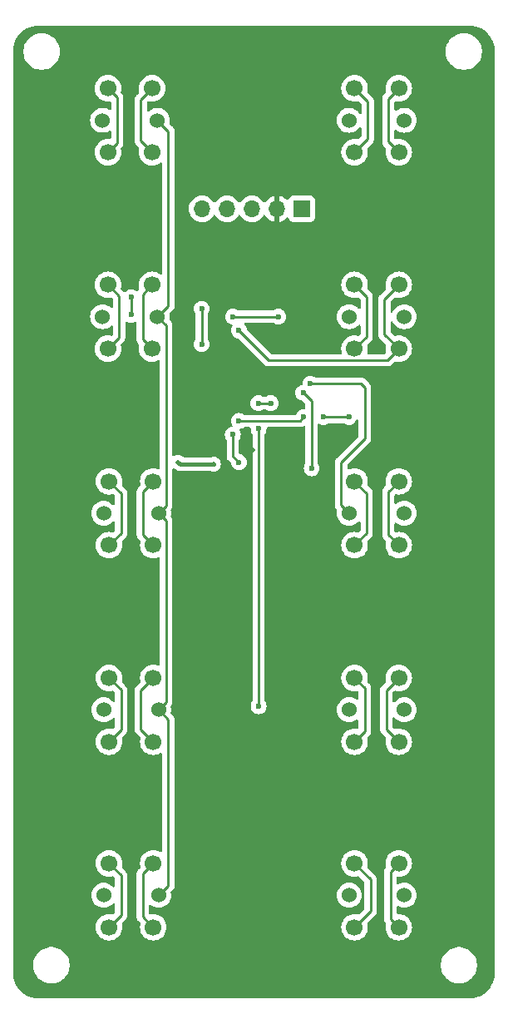
<source format=gbr>
%TF.GenerationSoftware,KiCad,Pcbnew,8.0.4-8.0.4-0~ubuntu22.04.1*%
%TF.CreationDate,2024-08-25T02:19:08+02:00*%
%TF.ProjectId,Deck-Btns,4465636b-2d42-4746-9e73-2e6b69636164,rev?*%
%TF.SameCoordinates,PX5ab1c60PY510ff40*%
%TF.FileFunction,Copper,L1,Top*%
%TF.FilePolarity,Positive*%
%FSLAX46Y46*%
G04 Gerber Fmt 4.6, Leading zero omitted, Abs format (unit mm)*
G04 Created by KiCad (PCBNEW 8.0.4-8.0.4-0~ubuntu22.04.1) date 2024-08-25 02:19:08*
%MOMM*%
%LPD*%
G01*
G04 APERTURE LIST*
%TA.AperFunction,ComponentPad*%
%ADD10C,1.700000*%
%TD*%
%TA.AperFunction,ComponentPad*%
%ADD11C,1.524000*%
%TD*%
%TA.AperFunction,ComponentPad*%
%ADD12R,1.700000X1.700000*%
%TD*%
%TA.AperFunction,ComponentPad*%
%ADD13O,1.700000X1.700000*%
%TD*%
%TA.AperFunction,ViaPad*%
%ADD14C,0.500000*%
%TD*%
%TA.AperFunction,ViaPad*%
%ADD15C,0.600000*%
%TD*%
%TA.AperFunction,Conductor*%
%ADD16C,0.406400*%
%TD*%
%TA.AperFunction,Conductor*%
%ADD17C,0.254000*%
%TD*%
G04 APERTURE END LIST*
D10*
%TO.P,SW9,1,1*%
%TO.N,/KS-2*%
X14771300Y-16750000D03*
X14771300Y-23250000D03*
%TO.P,SW9,2,2*%
%TO.N,Net-(D12-A)*%
X10271300Y-16750000D03*
X10271300Y-23250000D03*
D11*
%TO.P,SW9,3,K*%
%TO.N,/COM-1*%
X15321300Y-20000000D03*
%TO.P,SW9,4,A*%
%TO.N,/R5*%
X9721300Y-20000000D03*
%TD*%
D10*
%TO.P,SW5,1,1*%
%TO.N,/KS-1*%
X-10228700Y-35628700D03*
X-10228700Y-42128700D03*
%TO.P,SW5,2,2*%
%TO.N,Net-(D6-A)*%
X-14728700Y-35628700D03*
X-14728700Y-42128700D03*
D11*
%TO.P,SW5,3,K*%
%TO.N,/COM-0*%
X-9678700Y-38878700D03*
%TO.P,SW5,4,A*%
%TO.N,/R6*%
X-15278700Y-38878700D03*
%TD*%
D12*
%TO.P,J1,1,Pin_1*%
%TO.N,GND*%
X4900000Y31000000D03*
D13*
%TO.P,J1,2,Pin_2*%
%TO.N,VCC*%
X2360000Y31000000D03*
%TO.P,J1,3,Pin_3*%
%TO.N,/SCL*%
X-180000Y31000000D03*
%TO.P,J1,4,Pin_4*%
%TO.N,/SCA*%
X-2720000Y31000000D03*
%TO.P,J1,5,Pin_5*%
%TO.N,/INT*%
X-5260000Y31000000D03*
%TD*%
D10*
%TO.P,SW8,1,1*%
%TO.N,/KS-2*%
X14771300Y3250000D03*
X14771300Y-3250000D03*
%TO.P,SW8,2,2*%
%TO.N,Net-(D11-A)*%
X10271300Y3250000D03*
X10271300Y-3250000D03*
D11*
%TO.P,SW8,3,K*%
%TO.N,/COM-1*%
X15321300Y0D03*
%TO.P,SW8,4,A*%
%TO.N,/R4*%
X9721300Y0D03*
%TD*%
D10*
%TO.P,SW4,1,1*%
%TO.N,/KS-1*%
X-10228700Y-16750000D03*
X-10228700Y-23250000D03*
%TO.P,SW4,2,2*%
%TO.N,Net-(D5-A)*%
X-14728700Y-16750000D03*
X-14728700Y-23250000D03*
D11*
%TO.P,SW4,3,K*%
%TO.N,/COM-0*%
X-9678700Y-20000000D03*
%TO.P,SW4,4,A*%
%TO.N,/R5*%
X-15278700Y-20000000D03*
%TD*%
D10*
%TO.P,SW7,1,1*%
%TO.N,/KS-2*%
X14771300Y23250000D03*
X14771300Y16750000D03*
%TO.P,SW7,2,2*%
%TO.N,Net-(D10-A)*%
X10271300Y23250000D03*
X10271300Y16750000D03*
D11*
%TO.P,SW7,3,K*%
%TO.N,/COM-1*%
X15321300Y20000000D03*
%TO.P,SW7,4,A*%
%TO.N,/R3*%
X9721300Y20000000D03*
%TD*%
D10*
%TO.P,SW3,1,1*%
%TO.N,/KS-1*%
X-10228700Y3250000D03*
X-10228700Y-3250000D03*
%TO.P,SW3,2,2*%
%TO.N,Net-(D4-A)*%
X-14728700Y3250000D03*
X-14728700Y-3250000D03*
D11*
%TO.P,SW3,3,K*%
%TO.N,/COM-0*%
X-9678700Y0D03*
%TO.P,SW3,4,A*%
%TO.N,/R4*%
X-15278700Y0D03*
%TD*%
D10*
%TO.P,SW10,1,1*%
%TO.N,/KS-2*%
X14771300Y-35628700D03*
X14771300Y-42128700D03*
%TO.P,SW10,2,2*%
%TO.N,Net-(D13-A)*%
X10271300Y-35628700D03*
X10271300Y-42128700D03*
D11*
%TO.P,SW10,3,K*%
%TO.N,/COM-1*%
X15321300Y-38878700D03*
%TO.P,SW10,4,A*%
%TO.N,/R6*%
X9721300Y-38878700D03*
%TD*%
D10*
%TO.P,SW1,1,1*%
%TO.N,/KS-1*%
X-10350000Y43250000D03*
X-10350000Y36750000D03*
%TO.P,SW1,2,2*%
%TO.N,Net-(D2-A)*%
X-14850000Y43250000D03*
X-14850000Y36750000D03*
D11*
%TO.P,SW1,3,K*%
%TO.N,/COM-0*%
X-9800000Y40000000D03*
%TO.P,SW1,4,A*%
%TO.N,/R2*%
X-15400000Y40000000D03*
%TD*%
D10*
%TO.P,SW2,1,1*%
%TO.N,/KS-1*%
X-10350000Y23250000D03*
X-10350000Y16750000D03*
%TO.P,SW2,2,2*%
%TO.N,Net-(D3-A)*%
X-14850000Y23250000D03*
X-14850000Y16750000D03*
D11*
%TO.P,SW2,3,K*%
%TO.N,/COM-0*%
X-9800000Y20000000D03*
%TO.P,SW2,4,A*%
%TO.N,/R3*%
X-15400000Y20000000D03*
%TD*%
D10*
%TO.P,SW6,1,1*%
%TO.N,/KS-2*%
X14771300Y43250000D03*
X14771300Y36750000D03*
%TO.P,SW6,2,2*%
%TO.N,Net-(D9-A)*%
X10271300Y43250000D03*
X10271300Y36750000D03*
D11*
%TO.P,SW6,3,K*%
%TO.N,/COM-1*%
X15321300Y40000000D03*
%TO.P,SW6,4,A*%
%TO.N,/R2*%
X9721300Y40000000D03*
%TD*%
D14*
%TO.N,GND*%
X-7700000Y5200000D03*
X-4100000Y5000000D03*
D15*
%TO.N,/COM-0*%
X-12500000Y22000000D03*
X5100000Y9800000D03*
X9700000Y9800000D03*
X-1500000Y9400000D03*
X-12500000Y20200000D03*
X7100000Y9800000D03*
%TO.N,/R3*%
X-2100000Y20000000D03*
X2500000Y20000000D03*
%TO.N,/R4*%
X5769800Y13200000D03*
%TO.N,/R5*%
X1730200Y11200000D03*
X500000Y-19650000D03*
X469800Y11200000D03*
X500000Y8600000D03*
%TO.N,/R6*%
X5031381Y12268619D03*
X5900000Y4569800D03*
%TO.N,/KS-2*%
X-1500000Y18600000D03*
%TO.N,/INT*%
X-5300000Y17200000D03*
X-5300000Y20800000D03*
D14*
%TO.N,VCC*%
X-100000Y6400000D03*
D15*
%TO.N,/COM-1*%
X-2130200Y8000000D03*
X-1500000Y5200000D03*
%TD*%
D16*
%TO.N,GND*%
X-4100000Y5000000D02*
X-7500000Y5000000D01*
X-7500000Y5000000D02*
X-7700000Y5200000D01*
D17*
%TO.N,/COM-0*%
X-8700000Y-20978700D02*
X-8700000Y-37900000D01*
X7100000Y9800000D02*
X9700000Y9800000D01*
X-1500000Y9400000D02*
X4700000Y9400000D01*
X-8700000Y21100000D02*
X-8700000Y38900000D01*
X-8916701Y-19238001D02*
X-8916701Y-761999D01*
X-8700000Y-37900000D02*
X-9678700Y-38878700D01*
X4700000Y9400000D02*
X5100000Y9800000D01*
X-8700000Y38900000D02*
X-9800000Y40000000D01*
X-9800000Y20000000D02*
X-8700000Y21100000D01*
X-9678700Y-20000000D02*
X-8700000Y-20978700D01*
X-9678700Y0D02*
X-8916701Y761999D01*
X-12500000Y22000000D02*
X-12500000Y20200000D01*
X-8916701Y761999D02*
X-8916701Y19116701D01*
X-8916701Y-761999D02*
X-9678700Y0D01*
X-9678700Y-20000000D02*
X-8916701Y-19238001D01*
X-8916701Y19116701D02*
X-9800000Y20000000D01*
%TO.N,Net-(D2-A)*%
X-13900000Y42300000D02*
X-14850000Y43250000D01*
X-13900000Y37700000D02*
X-13900000Y42300000D01*
X-14850000Y36750000D02*
X-13900000Y37700000D01*
%TO.N,/R3*%
X2500000Y20000000D02*
X-2100000Y20000000D01*
%TO.N,Net-(D3-A)*%
X-14850000Y23250000D02*
X-13700000Y22100000D01*
X-13700000Y22100000D02*
X-13700000Y17900000D01*
X-13700000Y17900000D02*
X-14850000Y16750000D01*
%TO.N,/R4*%
X11300000Y7600000D02*
X8900000Y5200000D01*
X8900000Y821300D02*
X9721300Y0D01*
X8900000Y5200000D02*
X8900000Y821300D01*
X5769800Y13200000D02*
X10900000Y13200000D01*
X10900000Y13200000D02*
X11300000Y12800000D01*
X11300000Y12800000D02*
X11300000Y7600000D01*
%TO.N,Net-(D4-A)*%
X-14728700Y3250000D02*
X-13500000Y2021300D01*
X-13500000Y-2021300D02*
X-14728700Y-3250000D01*
X-13500000Y2021300D02*
X-13500000Y-2021300D01*
%TO.N,Net-(D5-A)*%
X-13500000Y-17978700D02*
X-14728700Y-16750000D01*
X-13500000Y-22021300D02*
X-13500000Y-17978700D01*
X-14728700Y-23250000D02*
X-13500000Y-22021300D01*
%TO.N,/R5*%
X500000Y8600000D02*
X500000Y-19650000D01*
X1730200Y11200000D02*
X469800Y11200000D01*
%TO.N,Net-(D6-A)*%
X-13500000Y-36857400D02*
X-14728700Y-35628700D01*
X-13500000Y-40900000D02*
X-13500000Y-36857400D01*
X-14728700Y-42128700D02*
X-13500000Y-40900000D01*
%TO.N,/R6*%
X5900000Y11400000D02*
X5031381Y12268619D01*
X5900000Y4569800D02*
X5900000Y11400000D01*
%TO.N,/KS-1*%
X-11300000Y-36700000D02*
X-10228700Y-35628700D01*
X-11300000Y22300000D02*
X-10350000Y23250000D01*
X-10228700Y-23250000D02*
X-11500000Y-21978700D01*
X-11300000Y17700000D02*
X-11300000Y22300000D01*
X-11500000Y-21978700D02*
X-11500000Y-18021300D01*
X-11500000Y-18021300D02*
X-10228700Y-16750000D01*
X-11500000Y42100000D02*
X-10350000Y43250000D01*
X-10228700Y-3250000D02*
X-11300000Y-2178700D01*
X-10228700Y-42128700D02*
X-11300000Y-41057400D01*
X-10350000Y36750000D02*
X-11500000Y37900000D01*
X-10350000Y16750000D02*
X-11300000Y17700000D01*
X-11300000Y-41057400D02*
X-11300000Y-36700000D01*
X-11300000Y2178700D02*
X-10228700Y3250000D01*
X-11300000Y-2178700D02*
X-11300000Y2178700D01*
X-11500000Y37900000D02*
X-11500000Y42100000D01*
%TO.N,/KS-2*%
X13700000Y2178700D02*
X14771300Y3250000D01*
X14771300Y-16750000D02*
X13500000Y-18021300D01*
X13921300Y-36478700D02*
X13921300Y-41278700D01*
X14771300Y43250000D02*
X13700000Y42178700D01*
X13700000Y42178700D02*
X13700000Y37821300D01*
X13921300Y-41278700D02*
X14771300Y-42128700D01*
X13300000Y18221300D02*
X14771300Y16750000D01*
X14771300Y23250000D02*
X13300000Y21778700D01*
X-1500000Y18600000D02*
X1530200Y15569800D01*
X13700000Y37821300D02*
X14771300Y36750000D01*
X13500000Y-21978700D02*
X14771300Y-23250000D01*
X13591100Y15569800D02*
X14771300Y16750000D01*
X14771300Y-35628700D02*
X13921300Y-36478700D01*
X14771300Y-3250000D02*
X13700000Y-2178700D01*
X13300000Y21778700D02*
X13300000Y18221300D01*
X1530200Y15569800D02*
X13591100Y15569800D01*
X13500000Y-18021300D02*
X13500000Y-21978700D01*
X13700000Y-2178700D02*
X13700000Y2178700D01*
%TO.N,Net-(D9-A)*%
X11610650Y38089350D02*
X10271300Y36750000D01*
X11610650Y41910650D02*
X11610650Y38089350D01*
X10271300Y43250000D02*
X11610650Y41910650D01*
%TO.N,Net-(D10-A)*%
X11500000Y22021300D02*
X11500000Y17978700D01*
X11500000Y17978700D02*
X10271300Y16750000D01*
X10271300Y23250000D02*
X11500000Y22021300D01*
%TO.N,Net-(D11-A)*%
X11500000Y-2021300D02*
X10271300Y-3250000D01*
X11500000Y2021300D02*
X11500000Y-2021300D01*
X10271300Y3250000D02*
X11500000Y2021300D01*
%TO.N,Net-(D12-A)*%
X10271300Y-16750000D02*
X11300000Y-17778700D01*
X11300000Y-17778700D02*
X11300000Y-22221300D01*
X11300000Y-22221300D02*
X10271300Y-23250000D01*
%TO.N,Net-(D13-A)*%
X10271300Y-42128700D02*
X11900000Y-40500000D01*
X11900000Y-40500000D02*
X11900000Y-37257400D01*
X11900000Y-37257400D02*
X10271300Y-35628700D01*
%TO.N,/INT*%
X-5300000Y17200000D02*
X-5300000Y20800000D01*
%TO.N,/COM-1*%
X-2130200Y8000000D02*
X-2130200Y5830200D01*
X-2130200Y5830200D02*
X-1500000Y5200000D01*
%TD*%
%TA.AperFunction,Conductor*%
%TO.N,VCC*%
G36*
X22025052Y49620595D02*
G01*
X22315114Y49603047D01*
X22329974Y49601243D01*
X22612117Y49549537D01*
X22626642Y49545956D01*
X22900496Y49460619D01*
X22914483Y49455314D01*
X23176048Y49337592D01*
X23189305Y49330635D01*
X23434779Y49182239D01*
X23447090Y49173741D01*
X23672887Y48996841D01*
X23684095Y48986911D01*
X23886910Y48784096D01*
X23896840Y48772888D01*
X24073736Y48547097D01*
X24082242Y48534774D01*
X24230633Y48289307D01*
X24237591Y48276049D01*
X24355310Y48014491D01*
X24360620Y48000490D01*
X24445953Y47726650D01*
X24449537Y47712111D01*
X24501241Y47429977D01*
X24503046Y47415113D01*
X24520594Y47125059D01*
X24520820Y47117571D01*
X24520820Y-46805180D01*
X24520819Y-46805198D01*
X24520819Y-46874934D01*
X24520593Y-46882420D01*
X24503050Y-47172481D01*
X24501245Y-47187346D01*
X24449544Y-47469479D01*
X24445961Y-47484018D01*
X24360628Y-47757867D01*
X24355318Y-47771867D01*
X24237600Y-48033431D01*
X24230641Y-48046690D01*
X24082253Y-48292157D01*
X24073747Y-48304480D01*
X23896859Y-48530265D01*
X23886930Y-48541474D01*
X23684102Y-48744305D01*
X23672894Y-48754234D01*
X23447106Y-48931129D01*
X23434783Y-48939635D01*
X23189319Y-49088026D01*
X23176060Y-49094985D01*
X22914497Y-49212707D01*
X22900496Y-49218017D01*
X22626653Y-49303352D01*
X22612114Y-49306936D01*
X22329978Y-49358641D01*
X22315114Y-49360446D01*
X22028285Y-49377798D01*
X22025731Y-49377953D01*
X22025714Y-49377954D01*
X22018226Y-49378180D01*
X-21905181Y-49378180D01*
X-21905197Y-49378179D01*
X-21974935Y-49378179D01*
X-21982421Y-49377953D01*
X-22272480Y-49360410D01*
X-22287345Y-49358605D01*
X-22569473Y-49306904D01*
X-22584012Y-49303321D01*
X-22857860Y-49217988D01*
X-22871861Y-49212678D01*
X-23133423Y-49094960D01*
X-23146682Y-49088001D01*
X-23392145Y-48939614D01*
X-23404468Y-48931108D01*
X-23630260Y-48754211D01*
X-23641468Y-48744281D01*
X-23844282Y-48541467D01*
X-23854212Y-48530259D01*
X-23974170Y-48377144D01*
X-24031113Y-48304461D01*
X-24039611Y-48292150D01*
X-24188003Y-48046680D01*
X-24194961Y-48033422D01*
X-24312679Y-47771860D01*
X-24317989Y-47757859D01*
X-24403322Y-47484011D01*
X-24406905Y-47469472D01*
X-24452120Y-47222736D01*
X-24458607Y-47187340D01*
X-24460411Y-47172479D01*
X-24467780Y-47050646D01*
X-24477955Y-46882419D01*
X-24478180Y-46874932D01*
X-24478179Y-46812791D01*
X-24478180Y-46812787D01*
X-24478180Y-45878711D01*
X-22450500Y-45878711D01*
X-22450500Y-46121288D01*
X-22418839Y-46361785D01*
X-22356053Y-46596104D01*
X-22269443Y-46805198D01*
X-22263224Y-46820212D01*
X-22141936Y-47030289D01*
X-22141934Y-47030292D01*
X-22141933Y-47030293D01*
X-21994267Y-47222736D01*
X-21994261Y-47222743D01*
X-21822744Y-47394260D01*
X-21822738Y-47394265D01*
X-21630289Y-47541936D01*
X-21420212Y-47663224D01*
X-21196100Y-47756054D01*
X-20961789Y-47818838D01*
X-20781414Y-47842584D01*
X-20721289Y-47850500D01*
X-20721288Y-47850500D01*
X-20478711Y-47850500D01*
X-20430612Y-47844167D01*
X-20238211Y-47818838D01*
X-20003900Y-47756054D01*
X-19779788Y-47663224D01*
X-19569711Y-47541936D01*
X-19377262Y-47394265D01*
X-19205735Y-47222738D01*
X-19058064Y-47030289D01*
X-18936776Y-46820212D01*
X-18843946Y-46596100D01*
X-18781162Y-46361789D01*
X-18749500Y-46121288D01*
X-18749500Y-45878712D01*
X-18749500Y-45878711D01*
X19049500Y-45878711D01*
X19049500Y-46121288D01*
X19081161Y-46361785D01*
X19143947Y-46596104D01*
X19230557Y-46805198D01*
X19236776Y-46820212D01*
X19358064Y-47030289D01*
X19358066Y-47030292D01*
X19358067Y-47030293D01*
X19505733Y-47222736D01*
X19505739Y-47222743D01*
X19677256Y-47394260D01*
X19677262Y-47394265D01*
X19869711Y-47541936D01*
X20079788Y-47663224D01*
X20303900Y-47756054D01*
X20538211Y-47818838D01*
X20718586Y-47842584D01*
X20778711Y-47850500D01*
X20778712Y-47850500D01*
X21021289Y-47850500D01*
X21069388Y-47844167D01*
X21261789Y-47818838D01*
X21496100Y-47756054D01*
X21720212Y-47663224D01*
X21930289Y-47541936D01*
X22122738Y-47394265D01*
X22294265Y-47222738D01*
X22441936Y-47030289D01*
X22563224Y-46820212D01*
X22656054Y-46596100D01*
X22718838Y-46361789D01*
X22750500Y-46121288D01*
X22750500Y-45878712D01*
X22718838Y-45638211D01*
X22656054Y-45403900D01*
X22563224Y-45179788D01*
X22441936Y-44969711D01*
X22294265Y-44777262D01*
X22294260Y-44777256D01*
X22122743Y-44605739D01*
X22122736Y-44605733D01*
X21930293Y-44458067D01*
X21930292Y-44458066D01*
X21930289Y-44458064D01*
X21720212Y-44336776D01*
X21720205Y-44336773D01*
X21496104Y-44243947D01*
X21261785Y-44181161D01*
X21021289Y-44149500D01*
X21021288Y-44149500D01*
X20778712Y-44149500D01*
X20778711Y-44149500D01*
X20538214Y-44181161D01*
X20303895Y-44243947D01*
X20079794Y-44336773D01*
X20079785Y-44336777D01*
X19869706Y-44458067D01*
X19677263Y-44605733D01*
X19677256Y-44605739D01*
X19505739Y-44777256D01*
X19505733Y-44777263D01*
X19358067Y-44969706D01*
X19236777Y-45179785D01*
X19236773Y-45179794D01*
X19143947Y-45403895D01*
X19081161Y-45638214D01*
X19049500Y-45878711D01*
X-18749500Y-45878711D01*
X-18781162Y-45638211D01*
X-18843946Y-45403900D01*
X-18936776Y-45179788D01*
X-19058064Y-44969711D01*
X-19205735Y-44777262D01*
X-19205740Y-44777256D01*
X-19377257Y-44605739D01*
X-19377264Y-44605733D01*
X-19569707Y-44458067D01*
X-19569708Y-44458066D01*
X-19569711Y-44458064D01*
X-19779788Y-44336776D01*
X-19779795Y-44336773D01*
X-20003896Y-44243947D01*
X-20238215Y-44181161D01*
X-20478711Y-44149500D01*
X-20478712Y-44149500D01*
X-20721288Y-44149500D01*
X-20721289Y-44149500D01*
X-20961786Y-44181161D01*
X-21196105Y-44243947D01*
X-21420206Y-44336773D01*
X-21420215Y-44336777D01*
X-21630294Y-44458067D01*
X-21822737Y-44605733D01*
X-21822744Y-44605739D01*
X-21994261Y-44777256D01*
X-21994267Y-44777263D01*
X-22141933Y-44969706D01*
X-22263223Y-45179785D01*
X-22263227Y-45179794D01*
X-22356053Y-45403895D01*
X-22418839Y-45638214D01*
X-22450500Y-45878711D01*
X-24478180Y-45878711D01*
X-24478180Y-38878697D01*
X-16546023Y-38878697D01*
X-16546023Y-38878702D01*
X-16526771Y-39098762D01*
X-16526770Y-39098770D01*
X-16469596Y-39312145D01*
X-16469595Y-39312147D01*
X-16469594Y-39312150D01*
X-16429900Y-39397274D01*
X-16376234Y-39512362D01*
X-16376232Y-39512366D01*
X-16249530Y-39693315D01*
X-16249525Y-39693321D01*
X-16093322Y-39849524D01*
X-16093316Y-39849529D01*
X-15912367Y-39976231D01*
X-15912365Y-39976232D01*
X-15912362Y-39976234D01*
X-15712150Y-40069594D01*
X-15498768Y-40126770D01*
X-15341577Y-40140522D01*
X-15278702Y-40146023D01*
X-15278700Y-40146023D01*
X-15278698Y-40146023D01*
X-15223683Y-40141209D01*
X-15058632Y-40126770D01*
X-14845250Y-40069594D01*
X-14645038Y-39976234D01*
X-14464080Y-39849526D01*
X-14339181Y-39724627D01*
X-14277858Y-39691142D01*
X-14208166Y-39696126D01*
X-14152233Y-39737998D01*
X-14127816Y-39803462D01*
X-14127500Y-39812308D01*
X-14127500Y-40588718D01*
X-14147185Y-40655757D01*
X-14163819Y-40676400D01*
X-14275285Y-40787865D01*
X-14336608Y-40821349D01*
X-14395059Y-40819958D01*
X-14493287Y-40793638D01*
X-14493297Y-40793636D01*
X-14728699Y-40773041D01*
X-14728701Y-40773041D01*
X-14964104Y-40793636D01*
X-14964114Y-40793638D01*
X-15192356Y-40854794D01*
X-15192365Y-40854798D01*
X-15406529Y-40954664D01*
X-15406531Y-40954665D01*
X-15600103Y-41090205D01*
X-15767195Y-41257297D01*
X-15902735Y-41450869D01*
X-15902736Y-41450871D01*
X-16002602Y-41665035D01*
X-16002606Y-41665044D01*
X-16063762Y-41893286D01*
X-16063764Y-41893296D01*
X-16084359Y-42128699D01*
X-16084359Y-42128700D01*
X-16063764Y-42364103D01*
X-16063762Y-42364113D01*
X-16002606Y-42592355D01*
X-16002604Y-42592359D01*
X-16002603Y-42592363D01*
X-15902735Y-42806530D01*
X-15902733Y-42806534D01*
X-15794419Y-42961221D01*
X-15767195Y-43000101D01*
X-15600101Y-43167195D01*
X-15503316Y-43234965D01*
X-15406535Y-43302732D01*
X-15406533Y-43302733D01*
X-15406530Y-43302735D01*
X-15192363Y-43402603D01*
X-14964108Y-43463763D01*
X-14775782Y-43480239D01*
X-14728701Y-43484359D01*
X-14728700Y-43484359D01*
X-14728699Y-43484359D01*
X-14689466Y-43480926D01*
X-14493292Y-43463763D01*
X-14265037Y-43402603D01*
X-14050870Y-43302735D01*
X-13857299Y-43167195D01*
X-13690205Y-43000101D01*
X-13554665Y-42806530D01*
X-13454797Y-42592363D01*
X-13393637Y-42364108D01*
X-13373041Y-42128700D01*
X-13393637Y-41893292D01*
X-13419959Y-41795056D01*
X-13418296Y-41725208D01*
X-13387865Y-41675283D01*
X-13012594Y-41300013D01*
X-13012591Y-41300010D01*
X-13012591Y-41300009D01*
X-13012589Y-41300008D01*
X-12972784Y-41240435D01*
X-12943917Y-41197233D01*
X-12896615Y-41083035D01*
X-12872500Y-40961803D01*
X-12872500Y-36795597D01*
X-12872500Y-36795594D01*
X-12896614Y-36674370D01*
X-12896615Y-36674369D01*
X-12896615Y-36674365D01*
X-12915323Y-36629199D01*
X-12943914Y-36560173D01*
X-12943921Y-36560160D01*
X-13012588Y-36457393D01*
X-13053089Y-36416892D01*
X-13099992Y-36369989D01*
X-13387866Y-36082115D01*
X-13421350Y-36020793D01*
X-13419959Y-35962341D01*
X-13393637Y-35864108D01*
X-13373041Y-35628700D01*
X-13393637Y-35393292D01*
X-13454797Y-35165037D01*
X-13554665Y-34950871D01*
X-13690205Y-34757299D01*
X-13690206Y-34757297D01*
X-13857298Y-34590206D01*
X-13857305Y-34590201D01*
X-14050866Y-34454667D01*
X-14050870Y-34454665D01*
X-14082519Y-34439907D01*
X-14265037Y-34354797D01*
X-14265041Y-34354796D01*
X-14265045Y-34354794D01*
X-14493287Y-34293638D01*
X-14493297Y-34293636D01*
X-14728699Y-34273041D01*
X-14728701Y-34273041D01*
X-14964104Y-34293636D01*
X-14964114Y-34293638D01*
X-15192356Y-34354794D01*
X-15192365Y-34354798D01*
X-15406529Y-34454664D01*
X-15406531Y-34454665D01*
X-15600103Y-34590205D01*
X-15767195Y-34757297D01*
X-15902735Y-34950869D01*
X-15902736Y-34950871D01*
X-16002602Y-35165035D01*
X-16002606Y-35165044D01*
X-16063762Y-35393286D01*
X-16063764Y-35393296D01*
X-16084359Y-35628699D01*
X-16084359Y-35628700D01*
X-16063764Y-35864103D01*
X-16063762Y-35864113D01*
X-16002606Y-36092355D01*
X-16002604Y-36092359D01*
X-16002603Y-36092363D01*
X-15946540Y-36212590D01*
X-15902735Y-36306530D01*
X-15902733Y-36306534D01*
X-15794419Y-36461221D01*
X-15767195Y-36500101D01*
X-15600101Y-36667195D01*
X-15503316Y-36734965D01*
X-15406535Y-36802732D01*
X-15406533Y-36802733D01*
X-15406530Y-36802735D01*
X-15192363Y-36902603D01*
X-14964108Y-36963763D01*
X-14775782Y-36980239D01*
X-14728701Y-36984359D01*
X-14728700Y-36984359D01*
X-14728699Y-36984359D01*
X-14689466Y-36980926D01*
X-14493292Y-36963763D01*
X-14395058Y-36937441D01*
X-14325209Y-36939104D01*
X-14275284Y-36969535D01*
X-14163819Y-37081000D01*
X-14130334Y-37142323D01*
X-14127500Y-37168681D01*
X-14127500Y-37945091D01*
X-14147185Y-38012130D01*
X-14199989Y-38057885D01*
X-14269147Y-38067829D01*
X-14332703Y-38038804D01*
X-14339181Y-38032773D01*
X-14359824Y-38012130D01*
X-14464080Y-37907874D01*
X-14464084Y-37907871D01*
X-14464085Y-37907870D01*
X-14645034Y-37781168D01*
X-14645038Y-37781166D01*
X-14721267Y-37745620D01*
X-14845250Y-37687806D01*
X-14845253Y-37687805D01*
X-14845255Y-37687804D01*
X-15058630Y-37630630D01*
X-15058638Y-37630629D01*
X-15278698Y-37611377D01*
X-15278702Y-37611377D01*
X-15498763Y-37630629D01*
X-15498771Y-37630630D01*
X-15712146Y-37687804D01*
X-15712152Y-37687807D01*
X-15912360Y-37781165D01*
X-15912362Y-37781166D01*
X-16093323Y-37907875D01*
X-16249525Y-38064077D01*
X-16376234Y-38245038D01*
X-16376234Y-38245039D01*
X-16469593Y-38445248D01*
X-16469596Y-38445254D01*
X-16526770Y-38658629D01*
X-16526771Y-38658637D01*
X-16546023Y-38878697D01*
X-24478180Y-38878697D01*
X-24478180Y-19999997D01*
X-16546023Y-19999997D01*
X-16546023Y-20000002D01*
X-16526771Y-20220062D01*
X-16526770Y-20220070D01*
X-16469596Y-20433445D01*
X-16469595Y-20433447D01*
X-16469594Y-20433450D01*
X-16429900Y-20518574D01*
X-16376234Y-20633662D01*
X-16376232Y-20633666D01*
X-16249530Y-20814615D01*
X-16249525Y-20814621D01*
X-16093322Y-20970824D01*
X-16093316Y-20970829D01*
X-15912367Y-21097531D01*
X-15912365Y-21097532D01*
X-15912362Y-21097534D01*
X-15712150Y-21190894D01*
X-15498768Y-21248070D01*
X-15341577Y-21261822D01*
X-15278702Y-21267323D01*
X-15278700Y-21267323D01*
X-15278698Y-21267323D01*
X-15223683Y-21262509D01*
X-15058632Y-21248070D01*
X-14845250Y-21190894D01*
X-14645038Y-21097534D01*
X-14464080Y-20970826D01*
X-14339181Y-20845927D01*
X-14277858Y-20812442D01*
X-14208166Y-20817426D01*
X-14152233Y-20859298D01*
X-14127816Y-20924762D01*
X-14127500Y-20933608D01*
X-14127500Y-21710018D01*
X-14147185Y-21777057D01*
X-14163819Y-21797700D01*
X-14275285Y-21909165D01*
X-14336608Y-21942649D01*
X-14395059Y-21941258D01*
X-14493287Y-21914938D01*
X-14493297Y-21914936D01*
X-14728699Y-21894341D01*
X-14728701Y-21894341D01*
X-14964104Y-21914936D01*
X-14964114Y-21914938D01*
X-15192356Y-21976094D01*
X-15192365Y-21976098D01*
X-15406529Y-22075964D01*
X-15406531Y-22075965D01*
X-15600103Y-22211505D01*
X-15767195Y-22378597D01*
X-15902735Y-22572169D01*
X-15902736Y-22572171D01*
X-16002602Y-22786335D01*
X-16002606Y-22786344D01*
X-16063762Y-23014586D01*
X-16063764Y-23014596D01*
X-16084359Y-23249999D01*
X-16084359Y-23250000D01*
X-16063764Y-23485403D01*
X-16063762Y-23485413D01*
X-16002606Y-23713655D01*
X-16002604Y-23713659D01*
X-16002603Y-23713663D01*
X-15902735Y-23927830D01*
X-15902733Y-23927834D01*
X-15794419Y-24082521D01*
X-15767195Y-24121401D01*
X-15600101Y-24288495D01*
X-15503316Y-24356265D01*
X-15406535Y-24424032D01*
X-15406533Y-24424033D01*
X-15406530Y-24424035D01*
X-15192363Y-24523903D01*
X-14964108Y-24585063D01*
X-14775782Y-24601539D01*
X-14728701Y-24605659D01*
X-14728700Y-24605659D01*
X-14728699Y-24605659D01*
X-14689466Y-24602226D01*
X-14493292Y-24585063D01*
X-14265037Y-24523903D01*
X-14050870Y-24424035D01*
X-13857299Y-24288495D01*
X-13690205Y-24121401D01*
X-13554665Y-23927830D01*
X-13454797Y-23713663D01*
X-13393637Y-23485408D01*
X-13373041Y-23250000D01*
X-13393637Y-23014592D01*
X-13419959Y-22916356D01*
X-13418296Y-22846508D01*
X-13387865Y-22796583D01*
X-13212591Y-22621310D01*
X-13012589Y-22421308D01*
X-12973875Y-22363368D01*
X-12943917Y-22318533D01*
X-12896615Y-22204335D01*
X-12872500Y-22083103D01*
X-12872500Y-17916897D01*
X-12872500Y-17916894D01*
X-12896614Y-17795670D01*
X-12896615Y-17795669D01*
X-12896615Y-17795665D01*
X-12926271Y-17724068D01*
X-12943914Y-17681473D01*
X-12943921Y-17681460D01*
X-13012588Y-17578693D01*
X-13012589Y-17578692D01*
X-13099992Y-17491289D01*
X-13387866Y-17203415D01*
X-13421350Y-17142093D01*
X-13419959Y-17083641D01*
X-13393637Y-16985408D01*
X-13373041Y-16750000D01*
X-13393637Y-16514592D01*
X-13454797Y-16286337D01*
X-13554665Y-16072171D01*
X-13690205Y-15878599D01*
X-13690206Y-15878597D01*
X-13857298Y-15711506D01*
X-13857305Y-15711501D01*
X-14050866Y-15575967D01*
X-14050870Y-15575965D01*
X-14050872Y-15575964D01*
X-14265037Y-15476097D01*
X-14265041Y-15476096D01*
X-14265045Y-15476094D01*
X-14493287Y-15414938D01*
X-14493297Y-15414936D01*
X-14728699Y-15394341D01*
X-14728701Y-15394341D01*
X-14964104Y-15414936D01*
X-14964114Y-15414938D01*
X-15192356Y-15476094D01*
X-15192365Y-15476098D01*
X-15406529Y-15575964D01*
X-15406531Y-15575965D01*
X-15600103Y-15711505D01*
X-15767195Y-15878597D01*
X-15902735Y-16072169D01*
X-15902736Y-16072171D01*
X-16002602Y-16286335D01*
X-16002606Y-16286344D01*
X-16063762Y-16514586D01*
X-16063764Y-16514596D01*
X-16084359Y-16749999D01*
X-16084359Y-16750000D01*
X-16063764Y-16985403D01*
X-16063762Y-16985413D01*
X-16002606Y-17213655D01*
X-16002604Y-17213659D01*
X-16002603Y-17213663D01*
X-15925649Y-17378690D01*
X-15902735Y-17427830D01*
X-15902733Y-17427834D01*
X-15794419Y-17582521D01*
X-15767195Y-17621401D01*
X-15600101Y-17788495D01*
X-15529026Y-17838262D01*
X-15406535Y-17924032D01*
X-15406533Y-17924033D01*
X-15406530Y-17924035D01*
X-15192363Y-18023903D01*
X-14964108Y-18085063D01*
X-14775782Y-18101539D01*
X-14728701Y-18105659D01*
X-14728700Y-18105659D01*
X-14728699Y-18105659D01*
X-14689466Y-18102226D01*
X-14493292Y-18085063D01*
X-14395058Y-18058741D01*
X-14325209Y-18060404D01*
X-14275284Y-18090835D01*
X-14163819Y-18202300D01*
X-14130334Y-18263623D01*
X-14127500Y-18289981D01*
X-14127500Y-19066391D01*
X-14147185Y-19133430D01*
X-14199989Y-19179185D01*
X-14269147Y-19189129D01*
X-14332703Y-19160104D01*
X-14339181Y-19154073D01*
X-14384926Y-19108328D01*
X-14464080Y-19029174D01*
X-14464084Y-19029171D01*
X-14464085Y-19029170D01*
X-14645034Y-18902468D01*
X-14645038Y-18902466D01*
X-14679050Y-18886606D01*
X-14845250Y-18809106D01*
X-14845253Y-18809105D01*
X-14845255Y-18809104D01*
X-15058630Y-18751930D01*
X-15058638Y-18751929D01*
X-15278698Y-18732677D01*
X-15278702Y-18732677D01*
X-15498763Y-18751929D01*
X-15498771Y-18751930D01*
X-15712146Y-18809104D01*
X-15712152Y-18809107D01*
X-15912360Y-18902465D01*
X-15912362Y-18902466D01*
X-16093323Y-19029175D01*
X-16249525Y-19185377D01*
X-16376234Y-19366338D01*
X-16376235Y-19366340D01*
X-16469593Y-19566548D01*
X-16469596Y-19566554D01*
X-16526770Y-19779929D01*
X-16526771Y-19779937D01*
X-16546023Y-19999997D01*
X-24478180Y-19999997D01*
X-24478180Y3D01*
X-16546023Y3D01*
X-16546023Y-2D01*
X-16526771Y-220062D01*
X-16526770Y-220070D01*
X-16469596Y-433445D01*
X-16469595Y-433447D01*
X-16469594Y-433450D01*
X-16454994Y-464759D01*
X-16376234Y-633662D01*
X-16376232Y-633666D01*
X-16249530Y-814615D01*
X-16249525Y-814621D01*
X-16093322Y-970824D01*
X-16093316Y-970829D01*
X-15912367Y-1097531D01*
X-15912365Y-1097532D01*
X-15912362Y-1097534D01*
X-15712150Y-1190894D01*
X-15498768Y-1248070D01*
X-15341577Y-1261822D01*
X-15278702Y-1267323D01*
X-15278700Y-1267323D01*
X-15278698Y-1267323D01*
X-15223683Y-1262509D01*
X-15058632Y-1248070D01*
X-14845250Y-1190894D01*
X-14645038Y-1097534D01*
X-14464080Y-970826D01*
X-14339181Y-845927D01*
X-14277858Y-812442D01*
X-14208166Y-817426D01*
X-14152233Y-859298D01*
X-14127816Y-924762D01*
X-14127500Y-933608D01*
X-14127500Y-1710018D01*
X-14147185Y-1777057D01*
X-14163819Y-1797700D01*
X-14275285Y-1909165D01*
X-14336608Y-1942649D01*
X-14395059Y-1941258D01*
X-14493287Y-1914938D01*
X-14493297Y-1914936D01*
X-14728699Y-1894341D01*
X-14728701Y-1894341D01*
X-14964104Y-1914936D01*
X-14964114Y-1914938D01*
X-15192356Y-1976094D01*
X-15192365Y-1976098D01*
X-15406529Y-2075964D01*
X-15406531Y-2075965D01*
X-15600103Y-2211505D01*
X-15767195Y-2378597D01*
X-15902735Y-2572169D01*
X-15902736Y-2572171D01*
X-16002602Y-2786335D01*
X-16002606Y-2786344D01*
X-16063762Y-3014586D01*
X-16063764Y-3014596D01*
X-16084359Y-3249999D01*
X-16084359Y-3250000D01*
X-16063764Y-3485403D01*
X-16063762Y-3485413D01*
X-16002606Y-3713655D01*
X-16002604Y-3713659D01*
X-16002603Y-3713663D01*
X-15902735Y-3927830D01*
X-15902733Y-3927834D01*
X-15794419Y-4082521D01*
X-15767195Y-4121401D01*
X-15600101Y-4288495D01*
X-15503316Y-4356265D01*
X-15406535Y-4424032D01*
X-15406533Y-4424033D01*
X-15406530Y-4424035D01*
X-15192363Y-4523903D01*
X-14964108Y-4585063D01*
X-14775782Y-4601539D01*
X-14728701Y-4605659D01*
X-14728700Y-4605659D01*
X-14728699Y-4605659D01*
X-14689466Y-4602226D01*
X-14493292Y-4585063D01*
X-14265037Y-4523903D01*
X-14050870Y-4424035D01*
X-13857299Y-4288495D01*
X-13690205Y-4121401D01*
X-13554665Y-3927830D01*
X-13454797Y-3713663D01*
X-13393637Y-3485408D01*
X-13373041Y-3250000D01*
X-13393637Y-3014592D01*
X-13419959Y-2916356D01*
X-13418296Y-2846508D01*
X-13387865Y-2796583D01*
X-13012594Y-2421313D01*
X-13012591Y-2421310D01*
X-13012591Y-2421309D01*
X-13012589Y-2421308D01*
X-12972784Y-2361735D01*
X-12943917Y-2318533D01*
X-12896615Y-2204335D01*
X-12872500Y-2083103D01*
X-12872500Y2083103D01*
X-12872500Y2083106D01*
X-12896614Y2204330D01*
X-12896615Y2204331D01*
X-12896615Y2204335D01*
X-12915323Y2249501D01*
X-12943914Y2318527D01*
X-12943921Y2318540D01*
X-13012588Y2421307D01*
X-13012589Y2421308D01*
X-13099992Y2508711D01*
X-13387866Y2796585D01*
X-13421350Y2857907D01*
X-13419959Y2916359D01*
X-13393637Y3014592D01*
X-13373041Y3250000D01*
X-13393637Y3485408D01*
X-13454797Y3713663D01*
X-13554665Y3927829D01*
X-13563176Y3939985D01*
X-13690206Y4121403D01*
X-13857298Y4288494D01*
X-13857305Y4288499D01*
X-14050866Y4424033D01*
X-14050870Y4424035D01*
X-14050872Y4424036D01*
X-14265037Y4523903D01*
X-14265041Y4523904D01*
X-14265045Y4523906D01*
X-14493287Y4585062D01*
X-14493297Y4585064D01*
X-14728699Y4605659D01*
X-14728701Y4605659D01*
X-14964104Y4585064D01*
X-14964114Y4585062D01*
X-15192356Y4523906D01*
X-15192365Y4523902D01*
X-15406529Y4424036D01*
X-15406531Y4424035D01*
X-15600103Y4288495D01*
X-15767195Y4121403D01*
X-15902735Y3927831D01*
X-15902736Y3927829D01*
X-16002602Y3713665D01*
X-16002606Y3713656D01*
X-16063762Y3485414D01*
X-16063764Y3485404D01*
X-16084359Y3250001D01*
X-16084359Y3250000D01*
X-16063764Y3014597D01*
X-16063762Y3014587D01*
X-16002606Y2786345D01*
X-16002604Y2786341D01*
X-16002603Y2786337D01*
X-15946540Y2666110D01*
X-15902735Y2572170D01*
X-15902733Y2572166D01*
X-15794419Y2417479D01*
X-15767195Y2378599D01*
X-15600101Y2211505D01*
X-15503316Y2143735D01*
X-15406535Y2075968D01*
X-15406533Y2075967D01*
X-15406530Y2075965D01*
X-15192363Y1976097D01*
X-14964108Y1914937D01*
X-14775782Y1898461D01*
X-14728701Y1894341D01*
X-14728700Y1894341D01*
X-14728699Y1894341D01*
X-14689466Y1897774D01*
X-14493292Y1914937D01*
X-14395058Y1941259D01*
X-14325209Y1939596D01*
X-14275284Y1909165D01*
X-14163819Y1797700D01*
X-14130334Y1736377D01*
X-14127500Y1710019D01*
X-14127500Y933609D01*
X-14147185Y866570D01*
X-14199989Y820815D01*
X-14269147Y810871D01*
X-14332703Y839896D01*
X-14339181Y845927D01*
X-14376357Y883103D01*
X-14464080Y970826D01*
X-14464084Y970829D01*
X-14464085Y970830D01*
X-14645034Y1097532D01*
X-14645038Y1097534D01*
X-14645040Y1097535D01*
X-14845250Y1190894D01*
X-14845253Y1190895D01*
X-14845255Y1190896D01*
X-15058630Y1248070D01*
X-15058638Y1248071D01*
X-15278698Y1267323D01*
X-15278702Y1267323D01*
X-15498763Y1248071D01*
X-15498771Y1248070D01*
X-15712146Y1190896D01*
X-15712152Y1190893D01*
X-15912360Y1097535D01*
X-15912362Y1097534D01*
X-16093323Y970825D01*
X-16249525Y814623D01*
X-16376234Y633662D01*
X-16376235Y633660D01*
X-16469593Y433452D01*
X-16469596Y433446D01*
X-16526770Y220071D01*
X-16526771Y220063D01*
X-16546023Y3D01*
X-24478180Y3D01*
X-24478180Y20000003D01*
X-16667323Y20000003D01*
X-16667323Y19999998D01*
X-16648071Y19779938D01*
X-16648070Y19779930D01*
X-16590896Y19566555D01*
X-16590895Y19566553D01*
X-16590894Y19566550D01*
X-16519728Y19413934D01*
X-16497534Y19366338D01*
X-16497532Y19366334D01*
X-16370830Y19185385D01*
X-16370825Y19185379D01*
X-16214622Y19029176D01*
X-16214616Y19029171D01*
X-16033667Y18902469D01*
X-16033665Y18902468D01*
X-16033662Y18902466D01*
X-15833450Y18809106D01*
X-15620068Y18751930D01*
X-15462877Y18738178D01*
X-15400002Y18732677D01*
X-15400000Y18732677D01*
X-15399998Y18732677D01*
X-15344983Y18737491D01*
X-15179932Y18751930D01*
X-14966550Y18809106D01*
X-14766338Y18902466D01*
X-14585380Y19029174D01*
X-14539181Y19075373D01*
X-14477858Y19108858D01*
X-14408166Y19103874D01*
X-14352233Y19062002D01*
X-14327816Y18996538D01*
X-14327500Y18987692D01*
X-14327500Y18211283D01*
X-14347185Y18144244D01*
X-14363819Y18123602D01*
X-14396585Y18090836D01*
X-14457908Y18057351D01*
X-14516359Y18058742D01*
X-14614587Y18085062D01*
X-14614597Y18085064D01*
X-14849999Y18105659D01*
X-14850001Y18105659D01*
X-15085404Y18085064D01*
X-15085414Y18085062D01*
X-15313656Y18023906D01*
X-15313665Y18023902D01*
X-15527829Y17924036D01*
X-15527831Y17924035D01*
X-15721403Y17788495D01*
X-15888495Y17621403D01*
X-16024035Y17427831D01*
X-16024036Y17427829D01*
X-16123902Y17213665D01*
X-16123906Y17213656D01*
X-16185062Y16985414D01*
X-16185064Y16985404D01*
X-16205659Y16750001D01*
X-16205659Y16750000D01*
X-16185064Y16514597D01*
X-16185062Y16514587D01*
X-16123906Y16286345D01*
X-16123904Y16286341D01*
X-16123903Y16286337D01*
X-16082793Y16198177D01*
X-16024035Y16072170D01*
X-16024033Y16072166D01*
X-15915719Y15917479D01*
X-15888495Y15878599D01*
X-15721401Y15711505D01*
X-15655799Y15665570D01*
X-15527835Y15575968D01*
X-15527833Y15575967D01*
X-15527830Y15575965D01*
X-15313663Y15476097D01*
X-15085408Y15414937D01*
X-14897082Y15398461D01*
X-14850001Y15394341D01*
X-14850000Y15394341D01*
X-14849999Y15394341D01*
X-14810766Y15397774D01*
X-14614592Y15414937D01*
X-14386337Y15476097D01*
X-14172170Y15575965D01*
X-13978599Y15711505D01*
X-13811505Y15878599D01*
X-13675965Y16072170D01*
X-13576097Y16286337D01*
X-13514937Y16514592D01*
X-13494341Y16750000D01*
X-13514937Y16985408D01*
X-13541259Y17083644D01*
X-13539596Y17153492D01*
X-13509167Y17203416D01*
X-13212589Y17499992D01*
X-13143917Y17602767D01*
X-13124324Y17650070D01*
X-13096614Y17716966D01*
X-13072500Y17838197D01*
X-13072500Y17961804D01*
X-13072500Y19389956D01*
X-13052815Y19456995D01*
X-13000011Y19502750D01*
X-12930853Y19512694D01*
X-12882528Y19494949D01*
X-12849527Y19474213D01*
X-12849523Y19474212D01*
X-12849522Y19474211D01*
X-12679255Y19414632D01*
X-12679250Y19414631D01*
X-12500004Y19394435D01*
X-12500000Y19394435D01*
X-12499996Y19394435D01*
X-12320751Y19414631D01*
X-12320748Y19414632D01*
X-12320745Y19414632D01*
X-12150478Y19474211D01*
X-12150476Y19474213D01*
X-12150474Y19474213D01*
X-12117472Y19494949D01*
X-12050236Y19513950D01*
X-11983401Y19493583D01*
X-11938186Y19440315D01*
X-11927500Y19389956D01*
X-11927500Y17638193D01*
X-11903389Y17516976D01*
X-11903385Y17516963D01*
X-11896354Y17499989D01*
X-11856085Y17402771D01*
X-11856080Y17402761D01*
X-11791482Y17306084D01*
X-11791481Y17306083D01*
X-11787411Y17299992D01*
X-11787410Y17299991D01*
X-11690836Y17203417D01*
X-11657351Y17142094D01*
X-11658742Y17083644D01*
X-11685061Y16985417D01*
X-11685064Y16985404D01*
X-11705659Y16750001D01*
X-11705659Y16750000D01*
X-11685064Y16514597D01*
X-11685062Y16514587D01*
X-11623906Y16286345D01*
X-11623904Y16286341D01*
X-11623903Y16286337D01*
X-11582793Y16198177D01*
X-11524035Y16072170D01*
X-11524033Y16072166D01*
X-11415719Y15917479D01*
X-11388495Y15878599D01*
X-11221401Y15711505D01*
X-11155799Y15665570D01*
X-11027835Y15575968D01*
X-11027833Y15575967D01*
X-11027830Y15575965D01*
X-10813663Y15476097D01*
X-10585408Y15414937D01*
X-10397082Y15398461D01*
X-10350001Y15394341D01*
X-10350000Y15394341D01*
X-10349999Y15394341D01*
X-10310766Y15397774D01*
X-10114592Y15414937D01*
X-9886337Y15476097D01*
X-9720603Y15553381D01*
X-9651529Y15563872D01*
X-9587745Y15535353D01*
X-9549505Y15476876D01*
X-9544201Y15440998D01*
X-9544201Y4615567D01*
X-9563886Y4548528D01*
X-9616690Y4502773D01*
X-9685848Y4492829D01*
X-9720604Y4503184D01*
X-9749470Y4516644D01*
X-9765037Y4523903D01*
X-9765041Y4523904D01*
X-9765045Y4523906D01*
X-9993287Y4585062D01*
X-9993297Y4585064D01*
X-10228699Y4605659D01*
X-10228701Y4605659D01*
X-10464104Y4585064D01*
X-10464114Y4585062D01*
X-10692356Y4523906D01*
X-10692365Y4523902D01*
X-10906529Y4424036D01*
X-10906531Y4424035D01*
X-11100103Y4288495D01*
X-11267195Y4121403D01*
X-11402735Y3927831D01*
X-11402736Y3927829D01*
X-11502602Y3713665D01*
X-11502606Y3713656D01*
X-11563762Y3485414D01*
X-11563764Y3485404D01*
X-11584359Y3250001D01*
X-11584359Y3250000D01*
X-11563764Y3014597D01*
X-11563762Y3014587D01*
X-11537442Y2916359D01*
X-11539105Y2846509D01*
X-11569536Y2796585D01*
X-11700008Y2666111D01*
X-11743711Y2622408D01*
X-11787414Y2578706D01*
X-11787415Y2578704D01*
X-11856767Y2474911D01*
X-11858414Y2470307D01*
X-11903385Y2361738D01*
X-11903388Y2361728D01*
X-11925711Y2249501D01*
X-11925710Y2249500D01*
X-11927500Y2240501D01*
X-11927500Y-2240507D01*
X-11903388Y-2361727D01*
X-11903386Y-2361735D01*
X-11882874Y-2411255D01*
X-11878708Y-2421313D01*
X-11869938Y-2442484D01*
X-11856083Y-2475933D01*
X-11845096Y-2492376D01*
X-11834181Y-2508712D01*
X-11787410Y-2578710D01*
X-11787407Y-2578713D01*
X-11569536Y-2796583D01*
X-11536051Y-2857906D01*
X-11537442Y-2916356D01*
X-11563761Y-3014583D01*
X-11563764Y-3014596D01*
X-11584359Y-3249999D01*
X-11584359Y-3250000D01*
X-11563764Y-3485403D01*
X-11563762Y-3485413D01*
X-11502606Y-3713655D01*
X-11502604Y-3713659D01*
X-11502603Y-3713663D01*
X-11402735Y-3927830D01*
X-11402733Y-3927834D01*
X-11294419Y-4082521D01*
X-11267195Y-4121401D01*
X-11100101Y-4288495D01*
X-11003316Y-4356265D01*
X-10906535Y-4424032D01*
X-10906533Y-4424033D01*
X-10906530Y-4424035D01*
X-10692363Y-4523903D01*
X-10464108Y-4585063D01*
X-10275782Y-4601539D01*
X-10228701Y-4605659D01*
X-10228700Y-4605659D01*
X-10228699Y-4605659D01*
X-10189466Y-4602226D01*
X-9993292Y-4585063D01*
X-9765037Y-4523903D01*
X-9720605Y-4503183D01*
X-9651529Y-4492692D01*
X-9587745Y-4521211D01*
X-9549505Y-4579688D01*
X-9544201Y-4615566D01*
X-9544201Y-15384433D01*
X-9563886Y-15451472D01*
X-9616690Y-15497227D01*
X-9685848Y-15507171D01*
X-9720604Y-15496816D01*
X-9742270Y-15486713D01*
X-9765037Y-15476097D01*
X-9765041Y-15476096D01*
X-9765045Y-15476094D01*
X-9993287Y-15414938D01*
X-9993297Y-15414936D01*
X-10228699Y-15394341D01*
X-10228701Y-15394341D01*
X-10464104Y-15414936D01*
X-10464114Y-15414938D01*
X-10692356Y-15476094D01*
X-10692365Y-15476098D01*
X-10906529Y-15575964D01*
X-10906531Y-15575965D01*
X-11100103Y-15711505D01*
X-11267195Y-15878597D01*
X-11402735Y-16072169D01*
X-11402736Y-16072171D01*
X-11502602Y-16286335D01*
X-11502606Y-16286344D01*
X-11563762Y-16514586D01*
X-11563764Y-16514596D01*
X-11584359Y-16749999D01*
X-11584359Y-16750000D01*
X-11563764Y-16985403D01*
X-11563762Y-16985413D01*
X-11537442Y-17083641D01*
X-11539105Y-17153491D01*
X-11569536Y-17203415D01*
X-11900008Y-17533889D01*
X-11943711Y-17577592D01*
X-11987414Y-17621294D01*
X-11987415Y-17621296D01*
X-12056767Y-17725089D01*
X-12058414Y-17729693D01*
X-12103385Y-17838262D01*
X-12103388Y-17838272D01*
X-12120447Y-17924036D01*
X-12127500Y-17959492D01*
X-12127500Y-22040507D01*
X-12103388Y-22161727D01*
X-12103386Y-22161735D01*
X-12085740Y-22204336D01*
X-12056085Y-22275929D01*
X-12056080Y-22275939D01*
X-11997663Y-22363365D01*
X-11987410Y-22378709D01*
X-11987406Y-22378714D01*
X-11569536Y-22796583D01*
X-11536051Y-22857906D01*
X-11537442Y-22916356D01*
X-11563761Y-23014583D01*
X-11563764Y-23014596D01*
X-11584359Y-23249999D01*
X-11584359Y-23250000D01*
X-11563764Y-23485403D01*
X-11563762Y-23485413D01*
X-11502606Y-23713655D01*
X-11502604Y-23713659D01*
X-11502603Y-23713663D01*
X-11402735Y-23927830D01*
X-11402733Y-23927834D01*
X-11294419Y-24082521D01*
X-11267195Y-24121401D01*
X-11100101Y-24288495D01*
X-11003316Y-24356265D01*
X-10906535Y-24424032D01*
X-10906533Y-24424033D01*
X-10906530Y-24424035D01*
X-10692363Y-24523903D01*
X-10464108Y-24585063D01*
X-10275782Y-24601539D01*
X-10228701Y-24605659D01*
X-10228700Y-24605659D01*
X-10228699Y-24605659D01*
X-10189466Y-24602226D01*
X-9993292Y-24585063D01*
X-9765037Y-24523903D01*
X-9550870Y-24424035D01*
X-9522624Y-24404256D01*
X-9456419Y-24381929D01*
X-9388651Y-24398938D01*
X-9340838Y-24449886D01*
X-9327500Y-24505831D01*
X-9327500Y-34372868D01*
X-9347185Y-34439907D01*
X-9399989Y-34485662D01*
X-9469147Y-34495606D01*
X-9522622Y-34474444D01*
X-9550868Y-34454666D01*
X-9550870Y-34454665D01*
X-9582519Y-34439907D01*
X-9765037Y-34354797D01*
X-9765041Y-34354796D01*
X-9765045Y-34354794D01*
X-9993287Y-34293638D01*
X-9993297Y-34293636D01*
X-10228699Y-34273041D01*
X-10228701Y-34273041D01*
X-10464104Y-34293636D01*
X-10464114Y-34293638D01*
X-10692356Y-34354794D01*
X-10692365Y-34354798D01*
X-10906529Y-34454664D01*
X-10906531Y-34454665D01*
X-11100103Y-34590205D01*
X-11267195Y-34757297D01*
X-11402735Y-34950869D01*
X-11402736Y-34950871D01*
X-11502602Y-35165035D01*
X-11502606Y-35165044D01*
X-11563762Y-35393286D01*
X-11563764Y-35393296D01*
X-11584359Y-35628699D01*
X-11584359Y-35628700D01*
X-11563764Y-35864103D01*
X-11563762Y-35864113D01*
X-11537442Y-35962341D01*
X-11539105Y-36032191D01*
X-11569536Y-36082115D01*
X-11700008Y-36212589D01*
X-11743711Y-36256292D01*
X-11787414Y-36299994D01*
X-11787415Y-36299996D01*
X-11856767Y-36403789D01*
X-11858414Y-36408393D01*
X-11903385Y-36516962D01*
X-11903388Y-36516972D01*
X-11925711Y-36629199D01*
X-11925710Y-36629200D01*
X-11927340Y-36637396D01*
X-11927500Y-36638199D01*
X-11927500Y-41119207D01*
X-11908068Y-41216897D01*
X-11903386Y-41240435D01*
X-11882874Y-41289955D01*
X-11869938Y-41321185D01*
X-11856085Y-41354629D01*
X-11856083Y-41354633D01*
X-11845096Y-41371076D01*
X-11834181Y-41387412D01*
X-11787410Y-41457410D01*
X-11787407Y-41457413D01*
X-11569536Y-41675283D01*
X-11536051Y-41736606D01*
X-11537442Y-41795056D01*
X-11563761Y-41893283D01*
X-11563764Y-41893296D01*
X-11584359Y-42128699D01*
X-11584359Y-42128700D01*
X-11563764Y-42364103D01*
X-11563762Y-42364113D01*
X-11502606Y-42592355D01*
X-11502604Y-42592359D01*
X-11502603Y-42592363D01*
X-11402735Y-42806530D01*
X-11402733Y-42806534D01*
X-11294419Y-42961221D01*
X-11267195Y-43000101D01*
X-11100101Y-43167195D01*
X-11003316Y-43234965D01*
X-10906535Y-43302732D01*
X-10906533Y-43302733D01*
X-10906530Y-43302735D01*
X-10692363Y-43402603D01*
X-10464108Y-43463763D01*
X-10275782Y-43480239D01*
X-10228701Y-43484359D01*
X-10228700Y-43484359D01*
X-10228699Y-43484359D01*
X-10189466Y-43480926D01*
X-9993292Y-43463763D01*
X-9765037Y-43402603D01*
X-9550870Y-43302735D01*
X-9357299Y-43167195D01*
X-9190205Y-43000101D01*
X-9054665Y-42806530D01*
X-8954797Y-42592363D01*
X-8893637Y-42364108D01*
X-8873041Y-42128700D01*
X-8893637Y-41893292D01*
X-8949438Y-41685037D01*
X-8954795Y-41665044D01*
X-8954796Y-41665043D01*
X-8954797Y-41665037D01*
X-9054665Y-41450871D01*
X-9145471Y-41321185D01*
X-9190206Y-41257297D01*
X-9357298Y-41090206D01*
X-9357305Y-41090201D01*
X-9367548Y-41083029D01*
X-9396179Y-41062981D01*
X-9550866Y-40954667D01*
X-9550870Y-40954665D01*
X-9668078Y-40900010D01*
X-9765037Y-40854797D01*
X-9765041Y-40854796D01*
X-9765045Y-40854794D01*
X-9993287Y-40793638D01*
X-9993297Y-40793636D01*
X-10228699Y-40773041D01*
X-10228701Y-40773041D01*
X-10464104Y-40793636D01*
X-10464117Y-40793639D01*
X-10516408Y-40807650D01*
X-10586257Y-40805987D01*
X-10644120Y-40766824D01*
X-10671623Y-40702595D01*
X-10672500Y-40687875D01*
X-10672500Y-39962264D01*
X-10652815Y-39895225D01*
X-10600011Y-39849470D01*
X-10530853Y-39839526D01*
X-10477380Y-39860687D01*
X-10312362Y-39976234D01*
X-10112150Y-40069594D01*
X-9898768Y-40126770D01*
X-9741577Y-40140522D01*
X-9678702Y-40146023D01*
X-9678700Y-40146023D01*
X-9678698Y-40146023D01*
X-9623683Y-40141209D01*
X-9458632Y-40126770D01*
X-9245250Y-40069594D01*
X-9045038Y-39976234D01*
X-8864080Y-39849526D01*
X-8707874Y-39693320D01*
X-8581166Y-39512362D01*
X-8487806Y-39312150D01*
X-8430630Y-39098768D01*
X-8411377Y-38878700D01*
X-8411377Y-38878697D01*
X8453977Y-38878697D01*
X8453977Y-38878702D01*
X8473229Y-39098762D01*
X8473230Y-39098770D01*
X8530404Y-39312145D01*
X8530405Y-39312147D01*
X8530406Y-39312150D01*
X8570100Y-39397274D01*
X8623766Y-39512362D01*
X8623768Y-39512366D01*
X8750470Y-39693315D01*
X8750475Y-39693321D01*
X8906678Y-39849524D01*
X8906684Y-39849529D01*
X9087633Y-39976231D01*
X9087635Y-39976232D01*
X9087638Y-39976234D01*
X9287850Y-40069594D01*
X9501232Y-40126770D01*
X9658423Y-40140522D01*
X9721298Y-40146023D01*
X9721300Y-40146023D01*
X9721302Y-40146023D01*
X9776317Y-40141209D01*
X9941368Y-40126770D01*
X10154750Y-40069594D01*
X10354962Y-39976234D01*
X10535920Y-39849526D01*
X10692126Y-39693320D01*
X10818834Y-39512362D01*
X10912194Y-39312150D01*
X10969370Y-39098768D01*
X10988623Y-38878700D01*
X10969370Y-38658632D01*
X10912194Y-38445250D01*
X10818834Y-38245039D01*
X10715100Y-38096890D01*
X10692127Y-38064081D01*
X10640176Y-38012130D01*
X10535920Y-37907874D01*
X10535916Y-37907871D01*
X10535915Y-37907870D01*
X10354966Y-37781168D01*
X10354962Y-37781166D01*
X10278733Y-37745620D01*
X10154750Y-37687806D01*
X10154747Y-37687805D01*
X10154745Y-37687804D01*
X9941370Y-37630630D01*
X9941362Y-37630629D01*
X9721302Y-37611377D01*
X9721298Y-37611377D01*
X9501237Y-37630629D01*
X9501229Y-37630630D01*
X9287854Y-37687804D01*
X9287848Y-37687807D01*
X9087640Y-37781165D01*
X9087638Y-37781166D01*
X8906677Y-37907875D01*
X8750475Y-38064077D01*
X8623766Y-38245038D01*
X8623766Y-38245039D01*
X8530407Y-38445248D01*
X8530404Y-38445254D01*
X8473230Y-38658629D01*
X8473229Y-38658637D01*
X8453977Y-38878697D01*
X-8411377Y-38878697D01*
X-8430630Y-38658632D01*
X-8441810Y-38616907D01*
X-8440147Y-38547059D01*
X-8409718Y-38497136D01*
X-8212589Y-38300008D01*
X-8175860Y-38245039D01*
X-8143917Y-38197233D01*
X-8124324Y-38149930D01*
X-8096614Y-38083034D01*
X-8072500Y-37961803D01*
X-8072500Y-37838197D01*
X-8072500Y-35628699D01*
X8915641Y-35628699D01*
X8915641Y-35628700D01*
X8936236Y-35864103D01*
X8936238Y-35864113D01*
X8997394Y-36092355D01*
X8997396Y-36092359D01*
X8997397Y-36092363D01*
X9053460Y-36212590D01*
X9097265Y-36306530D01*
X9097267Y-36306534D01*
X9205581Y-36461221D01*
X9232805Y-36500101D01*
X9399899Y-36667195D01*
X9496684Y-36734965D01*
X9593465Y-36802732D01*
X9593467Y-36802733D01*
X9593470Y-36802735D01*
X9807637Y-36902603D01*
X10035892Y-36963763D01*
X10224218Y-36980239D01*
X10271299Y-36984359D01*
X10271300Y-36984359D01*
X10271301Y-36984359D01*
X10310534Y-36980926D01*
X10506708Y-36963763D01*
X10604942Y-36937441D01*
X10674791Y-36939104D01*
X10724716Y-36969535D01*
X11236181Y-37481000D01*
X11269666Y-37542323D01*
X11272500Y-37568681D01*
X11272500Y-40188718D01*
X11252815Y-40255757D01*
X11236181Y-40276399D01*
X10724715Y-40787864D01*
X10663392Y-40821349D01*
X10604941Y-40819958D01*
X10506713Y-40793638D01*
X10506703Y-40793636D01*
X10271301Y-40773041D01*
X10271299Y-40773041D01*
X10035896Y-40793636D01*
X10035886Y-40793638D01*
X9807644Y-40854794D01*
X9807635Y-40854798D01*
X9593471Y-40954664D01*
X9593469Y-40954665D01*
X9399897Y-41090205D01*
X9232805Y-41257297D01*
X9097265Y-41450869D01*
X9097264Y-41450871D01*
X8997398Y-41665035D01*
X8997394Y-41665044D01*
X8936238Y-41893286D01*
X8936236Y-41893296D01*
X8915641Y-42128699D01*
X8915641Y-42128700D01*
X8936236Y-42364103D01*
X8936238Y-42364113D01*
X8997394Y-42592355D01*
X8997396Y-42592359D01*
X8997397Y-42592363D01*
X9097265Y-42806530D01*
X9097267Y-42806534D01*
X9205581Y-42961221D01*
X9232805Y-43000101D01*
X9399899Y-43167195D01*
X9496684Y-43234965D01*
X9593465Y-43302732D01*
X9593467Y-43302733D01*
X9593470Y-43302735D01*
X9807637Y-43402603D01*
X10035892Y-43463763D01*
X10224218Y-43480239D01*
X10271299Y-43484359D01*
X10271300Y-43484359D01*
X10271301Y-43484359D01*
X10310534Y-43480926D01*
X10506708Y-43463763D01*
X10734963Y-43402603D01*
X10949130Y-43302735D01*
X11142701Y-43167195D01*
X11309795Y-43000101D01*
X11445335Y-42806530D01*
X11545203Y-42592363D01*
X11606363Y-42364108D01*
X11626959Y-42128700D01*
X11606363Y-41893292D01*
X11580041Y-41795056D01*
X11581704Y-41725208D01*
X11612135Y-41675283D01*
X11987406Y-41300013D01*
X12387411Y-40900008D01*
X12417620Y-40854797D01*
X12456083Y-40797233D01*
X12486990Y-40722617D01*
X12503386Y-40683034D01*
X12527500Y-40561803D01*
X12527500Y-40438196D01*
X12527500Y-37195597D01*
X12525872Y-37187411D01*
X12522146Y-37168681D01*
X12508527Y-37100214D01*
X12503386Y-37074366D01*
X12471436Y-36997232D01*
X12466104Y-36984359D01*
X12456084Y-36960169D01*
X12456079Y-36960160D01*
X12387412Y-36857393D01*
X12358605Y-36828586D01*
X12300008Y-36769989D01*
X11946911Y-36416892D01*
X13293800Y-36416892D01*
X13293800Y-41340507D01*
X13317054Y-41457413D01*
X13317914Y-41461735D01*
X13351362Y-41542484D01*
X13365217Y-41575933D01*
X13417904Y-41654785D01*
X13417905Y-41654787D01*
X13433888Y-41678707D01*
X13437758Y-41683423D01*
X13435790Y-41685037D01*
X13463949Y-41736607D01*
X13462558Y-41795058D01*
X13436238Y-41893286D01*
X13436236Y-41893296D01*
X13415641Y-42128699D01*
X13415641Y-42128700D01*
X13436236Y-42364103D01*
X13436238Y-42364113D01*
X13497394Y-42592355D01*
X13497396Y-42592359D01*
X13497397Y-42592363D01*
X13597265Y-42806530D01*
X13597267Y-42806534D01*
X13705581Y-42961221D01*
X13732805Y-43000101D01*
X13899899Y-43167195D01*
X13996684Y-43234965D01*
X14093465Y-43302732D01*
X14093467Y-43302733D01*
X14093470Y-43302735D01*
X14307637Y-43402603D01*
X14535892Y-43463763D01*
X14724218Y-43480239D01*
X14771299Y-43484359D01*
X14771300Y-43484359D01*
X14771301Y-43484359D01*
X14810534Y-43480926D01*
X15006708Y-43463763D01*
X15234963Y-43402603D01*
X15449130Y-43302735D01*
X15642701Y-43167195D01*
X15809795Y-43000101D01*
X15945335Y-42806530D01*
X16045203Y-42592363D01*
X16106363Y-42364108D01*
X16126959Y-42128700D01*
X16106363Y-41893292D01*
X16050562Y-41685037D01*
X16045205Y-41665044D01*
X16045204Y-41665043D01*
X16045203Y-41665037D01*
X15945335Y-41450871D01*
X15854529Y-41321185D01*
X15809794Y-41257297D01*
X15642702Y-41090206D01*
X15642695Y-41090201D01*
X15632452Y-41083029D01*
X15603821Y-41062981D01*
X15449134Y-40954667D01*
X15449130Y-40954665D01*
X15331922Y-40900010D01*
X15234963Y-40854797D01*
X15234959Y-40854796D01*
X15234955Y-40854794D01*
X15006713Y-40793638D01*
X15006703Y-40793636D01*
X14771301Y-40773041D01*
X14771296Y-40773041D01*
X14683606Y-40780712D01*
X14615106Y-40766945D01*
X14564924Y-40718329D01*
X14548800Y-40657184D01*
X14548800Y-40106133D01*
X14568485Y-40039094D01*
X14621289Y-39993339D01*
X14690447Y-39983395D01*
X14725200Y-39993749D01*
X14887850Y-40069594D01*
X15101232Y-40126770D01*
X15258423Y-40140522D01*
X15321298Y-40146023D01*
X15321300Y-40146023D01*
X15321302Y-40146023D01*
X15376317Y-40141209D01*
X15541368Y-40126770D01*
X15754750Y-40069594D01*
X15954962Y-39976234D01*
X16135920Y-39849526D01*
X16292126Y-39693320D01*
X16418834Y-39512362D01*
X16512194Y-39312150D01*
X16569370Y-39098768D01*
X16588623Y-38878700D01*
X16569370Y-38658632D01*
X16512194Y-38445250D01*
X16418834Y-38245039D01*
X16315100Y-38096890D01*
X16292127Y-38064081D01*
X16240176Y-38012130D01*
X16135920Y-37907874D01*
X16135916Y-37907871D01*
X16135915Y-37907870D01*
X15954966Y-37781168D01*
X15954962Y-37781166D01*
X15878733Y-37745620D01*
X15754750Y-37687806D01*
X15754747Y-37687805D01*
X15754745Y-37687804D01*
X15541370Y-37630630D01*
X15541362Y-37630629D01*
X15321302Y-37611377D01*
X15321298Y-37611377D01*
X15101237Y-37630629D01*
X15101229Y-37630630D01*
X14887854Y-37687804D01*
X14887843Y-37687808D01*
X14725204Y-37763648D01*
X14656127Y-37774140D01*
X14592343Y-37745620D01*
X14554104Y-37687143D01*
X14548800Y-37651266D01*
X14548800Y-37100214D01*
X14568485Y-37033175D01*
X14621289Y-36987420D01*
X14683606Y-36976686D01*
X14771300Y-36984359D01*
X15006708Y-36963763D01*
X15234963Y-36902603D01*
X15449130Y-36802735D01*
X15642701Y-36667195D01*
X15809795Y-36500101D01*
X15945335Y-36306530D01*
X16045203Y-36092363D01*
X16106363Y-35864108D01*
X16126959Y-35628700D01*
X16106363Y-35393292D01*
X16045203Y-35165037D01*
X15945335Y-34950871D01*
X15809795Y-34757299D01*
X15809794Y-34757297D01*
X15642702Y-34590206D01*
X15642695Y-34590201D01*
X15449134Y-34454667D01*
X15449130Y-34454665D01*
X15417481Y-34439907D01*
X15234963Y-34354797D01*
X15234959Y-34354796D01*
X15234955Y-34354794D01*
X15006713Y-34293638D01*
X15006703Y-34293636D01*
X14771301Y-34273041D01*
X14771299Y-34273041D01*
X14535896Y-34293636D01*
X14535886Y-34293638D01*
X14307644Y-34354794D01*
X14307635Y-34354798D01*
X14093471Y-34454664D01*
X14093469Y-34454665D01*
X13899897Y-34590205D01*
X13732805Y-34757297D01*
X13597265Y-34950869D01*
X13597264Y-34950871D01*
X13497398Y-35165035D01*
X13497394Y-35165044D01*
X13436238Y-35393286D01*
X13436236Y-35393296D01*
X13415641Y-35628699D01*
X13415641Y-35628700D01*
X13436236Y-35864103D01*
X13436238Y-35864113D01*
X13462558Y-35962342D01*
X13460895Y-36032192D01*
X13436210Y-36072715D01*
X13437754Y-36073983D01*
X13433888Y-36078693D01*
X13364532Y-36182491D01*
X13362886Y-36187093D01*
X13317915Y-36295662D01*
X13317914Y-36295665D01*
X13303131Y-36369990D01*
X13296612Y-36402764D01*
X13296610Y-36402769D01*
X13293800Y-36416892D01*
X11946911Y-36416892D01*
X11612134Y-36082115D01*
X11578650Y-36020793D01*
X11580041Y-35962341D01*
X11606363Y-35864108D01*
X11626959Y-35628700D01*
X11606363Y-35393292D01*
X11545203Y-35165037D01*
X11445335Y-34950871D01*
X11309795Y-34757299D01*
X11309794Y-34757297D01*
X11142702Y-34590206D01*
X11142695Y-34590201D01*
X10949134Y-34454667D01*
X10949130Y-34454665D01*
X10917481Y-34439907D01*
X10734963Y-34354797D01*
X10734959Y-34354796D01*
X10734955Y-34354794D01*
X10506713Y-34293638D01*
X10506703Y-34293636D01*
X10271301Y-34273041D01*
X10271299Y-34273041D01*
X10035896Y-34293636D01*
X10035886Y-34293638D01*
X9807644Y-34354794D01*
X9807635Y-34354798D01*
X9593471Y-34454664D01*
X9593469Y-34454665D01*
X9399897Y-34590205D01*
X9232805Y-34757297D01*
X9097265Y-34950869D01*
X9097264Y-34950871D01*
X8997398Y-35165035D01*
X8997394Y-35165044D01*
X8936238Y-35393286D01*
X8936236Y-35393296D01*
X8915641Y-35628699D01*
X-8072500Y-35628699D01*
X-8072500Y-20916897D01*
X-8082645Y-20865894D01*
X-8096614Y-20795666D01*
X-8124324Y-20728770D01*
X-8143917Y-20681467D01*
X-8175857Y-20633666D01*
X-8212586Y-20578696D01*
X-8212587Y-20578694D01*
X-8212589Y-20578692D01*
X-8299992Y-20491289D01*
X-8409716Y-20381565D01*
X-8443201Y-20320242D01*
X-8441810Y-20261790D01*
X-8430631Y-20220070D01*
X-8430630Y-20220068D01*
X-8411377Y-20000000D01*
X-8411419Y-19999523D01*
X-8426315Y-19829254D01*
X-8430630Y-19779932D01*
X-8442849Y-19734330D01*
X-8441186Y-19664484D01*
X-8426176Y-19633348D01*
X-8360618Y-19535234D01*
X-8313316Y-19421036D01*
X-8289335Y-19300478D01*
X-8289201Y-19299806D01*
X-8289201Y-700193D01*
X-8313315Y-578969D01*
X-8313316Y-578968D01*
X-8313316Y-578964D01*
X-8338330Y-518574D01*
X-8360615Y-464772D01*
X-8360622Y-464759D01*
X-8426176Y-366651D01*
X-8447054Y-299974D01*
X-8442848Y-265665D01*
X-8430630Y-220068D01*
X-8411377Y0D01*
X-8430630Y220068D01*
X-8442849Y265670D01*
X-8441186Y335516D01*
X-8426176Y366652D01*
X-8360618Y464766D01*
X-8313316Y578964D01*
X-8289201Y700196D01*
X-8289201Y823802D01*
X-8289201Y4459502D01*
X-8269516Y4526541D01*
X-8216712Y4572296D01*
X-8147554Y4582240D01*
X-8099230Y4564496D01*
X-8027690Y4519544D01*
X-8027687Y4519543D01*
X-8021668Y4516644D01*
X-7987789Y4492605D01*
X-7948586Y4453402D01*
X-7833326Y4376388D01*
X-7795818Y4360852D01*
X-7705262Y4323342D01*
X-7569313Y4296300D01*
X-7569310Y4296299D01*
X-7569308Y4296299D01*
X-7424577Y4296299D01*
X-7424557Y4296300D01*
X-4382331Y4296300D01*
X-4341376Y4289341D01*
X-4268061Y4263687D01*
X-4100003Y4244751D01*
X-4100000Y4244751D01*
X-4099997Y4244751D01*
X-3931944Y4263686D01*
X-3931941Y4263687D01*
X-3772310Y4319544D01*
X-3772308Y4319546D01*
X-3772306Y4319546D01*
X-3772303Y4319548D01*
X-3629116Y4409519D01*
X-3629115Y4409520D01*
X-3629110Y4409523D01*
X-3509523Y4529110D01*
X-3487289Y4564495D01*
X-3419548Y4672303D01*
X-3419546Y4672306D01*
X-3419546Y4672308D01*
X-3419544Y4672310D01*
X-3363687Y4831941D01*
X-3363687Y4831942D01*
X-3363686Y4831944D01*
X-3344751Y4999998D01*
X-3344751Y5000003D01*
X-3363686Y5168057D01*
X-3400798Y5274117D01*
X-3419544Y5327690D01*
X-3419545Y5327691D01*
X-3419546Y5327695D01*
X-3419548Y5327698D01*
X-3509519Y5470885D01*
X-3509524Y5470891D01*
X-3629110Y5590477D01*
X-3629116Y5590482D01*
X-3772303Y5680453D01*
X-3772306Y5680455D01*
X-3931944Y5736315D01*
X-4099997Y5755249D01*
X-4100003Y5755249D01*
X-4268060Y5736314D01*
X-4268062Y5736314D01*
X-4341376Y5710659D01*
X-4382331Y5703700D01*
X-7090971Y5703700D01*
X-7158010Y5723385D01*
X-7178652Y5740019D01*
X-7229110Y5790477D01*
X-7229116Y5790482D01*
X-7372303Y5880453D01*
X-7372306Y5880455D01*
X-7531944Y5936315D01*
X-7699997Y5955249D01*
X-7700003Y5955249D01*
X-7868057Y5936315D01*
X-8027693Y5880455D01*
X-8099229Y5835505D01*
X-8166465Y5816505D01*
X-8233301Y5836873D01*
X-8278515Y5890140D01*
X-8289201Y5940499D01*
X-8289201Y8000004D01*
X-2935765Y8000004D01*
X-2935765Y7999997D01*
X-2915570Y7820751D01*
X-2915569Y7820746D01*
X-2855989Y7650476D01*
X-2791337Y7547584D01*
X-2785436Y7538193D01*
X-2776707Y7524302D01*
X-2757700Y7458329D01*
X-2757700Y5768393D01*
X-2733588Y5647173D01*
X-2733586Y5647165D01*
X-2700138Y5566415D01*
X-2686285Y5532970D01*
X-2629899Y5448583D01*
X-2629898Y5448581D01*
X-2617614Y5430195D01*
X-2325854Y5138435D01*
X-2292369Y5077112D01*
X-2290315Y5064639D01*
X-2285370Y5020751D01*
X-2225790Y4850479D01*
X-2148727Y4727834D01*
X-2129816Y4697738D01*
X-2002262Y4570184D01*
X-1928611Y4523906D01*
X-1851625Y4475532D01*
X-1849522Y4474211D01*
X-1692784Y4419366D01*
X-1679255Y4414632D01*
X-1679250Y4414631D01*
X-1500004Y4394435D01*
X-1500000Y4394435D01*
X-1499996Y4394435D01*
X-1320751Y4414631D01*
X-1320748Y4414632D01*
X-1320745Y4414632D01*
X-1150478Y4474211D01*
X-997738Y4570184D01*
X-870184Y4697738D01*
X-774211Y4850478D01*
X-714632Y5020745D01*
X-714631Y5020751D01*
X-694435Y5199997D01*
X-694435Y5200004D01*
X-714631Y5379250D01*
X-714632Y5379255D01*
X-746695Y5470885D01*
X-774211Y5549522D01*
X-784826Y5566415D01*
X-835569Y5647173D01*
X-870184Y5702262D01*
X-997738Y5829816D01*
X-1096708Y5892003D01*
X-1150479Y5925790D01*
X-1320751Y5985370D01*
X-1364639Y5990315D01*
X-1429053Y6017383D01*
X-1438435Y6025854D01*
X-1466381Y6053800D01*
X-1499866Y6115123D01*
X-1502700Y6141481D01*
X-1502700Y7458329D01*
X-1483693Y7524302D01*
X-1474964Y7538193D01*
X-1404411Y7650478D01*
X-1344832Y7820745D01*
X-1344510Y7823600D01*
X-1324635Y7999997D01*
X-1324635Y8000004D01*
X-1344831Y8179250D01*
X-1344832Y8179255D01*
X-1404413Y8349527D01*
X-1449451Y8421204D01*
X-1468452Y8488440D01*
X-1448085Y8555275D01*
X-1394817Y8600490D01*
X-1358346Y8610396D01*
X-1320745Y8614632D01*
X-1150478Y8674211D01*
X-1024300Y8753495D01*
X-958328Y8772500D01*
X-424885Y8772500D01*
X-357846Y8752815D01*
X-312091Y8700011D01*
X-301665Y8634616D01*
X-305565Y8600003D01*
X-305565Y8599997D01*
X-285370Y8420751D01*
X-285369Y8420746D01*
X-225789Y8250476D01*
X-146507Y8124302D01*
X-127500Y8058329D01*
X-127500Y-19108328D01*
X-146506Y-19174300D01*
X-225789Y-19300476D01*
X-285369Y-19470745D01*
X-285370Y-19470750D01*
X-305565Y-19649996D01*
X-305565Y-19650003D01*
X-285370Y-19829249D01*
X-285369Y-19829254D01*
X-225789Y-19999523D01*
X-129816Y-20152262D01*
X-2262Y-20279816D01*
X150478Y-20375789D01*
X284268Y-20422604D01*
X320745Y-20435368D01*
X320750Y-20435369D01*
X499996Y-20455565D01*
X500000Y-20455565D01*
X500004Y-20455565D01*
X679249Y-20435369D01*
X679252Y-20435368D01*
X679255Y-20435368D01*
X849522Y-20375789D01*
X1002262Y-20279816D01*
X1129816Y-20152262D01*
X1225491Y-19999997D01*
X8453977Y-19999997D01*
X8453977Y-20000002D01*
X8473229Y-20220062D01*
X8473230Y-20220070D01*
X8530404Y-20433445D01*
X8530405Y-20433447D01*
X8530406Y-20433450D01*
X8570100Y-20518574D01*
X8623766Y-20633662D01*
X8623768Y-20633666D01*
X8750470Y-20814615D01*
X8750475Y-20814621D01*
X8906678Y-20970824D01*
X8906684Y-20970829D01*
X9087633Y-21097531D01*
X9087635Y-21097532D01*
X9087638Y-21097534D01*
X9287850Y-21190894D01*
X9501232Y-21248070D01*
X9658423Y-21261822D01*
X9721298Y-21267323D01*
X9721300Y-21267323D01*
X9721302Y-21267323D01*
X9776317Y-21262509D01*
X9941368Y-21248070D01*
X10154750Y-21190894D01*
X10354962Y-21097534D01*
X10477378Y-21011817D01*
X10543582Y-20989491D01*
X10611350Y-21006501D01*
X10659163Y-21057449D01*
X10672500Y-21113393D01*
X10672500Y-21797760D01*
X10652815Y-21864799D01*
X10600011Y-21910554D01*
X10530853Y-21920498D01*
X10516414Y-21917537D01*
X10506715Y-21914938D01*
X10506703Y-21914936D01*
X10271301Y-21894341D01*
X10271299Y-21894341D01*
X10035896Y-21914936D01*
X10035886Y-21914938D01*
X9807644Y-21976094D01*
X9807635Y-21976098D01*
X9593471Y-22075964D01*
X9593469Y-22075965D01*
X9399897Y-22211505D01*
X9232805Y-22378597D01*
X9097265Y-22572169D01*
X9097264Y-22572171D01*
X8997398Y-22786335D01*
X8997394Y-22786344D01*
X8936238Y-23014586D01*
X8936236Y-23014596D01*
X8915641Y-23249999D01*
X8915641Y-23250000D01*
X8936236Y-23485403D01*
X8936238Y-23485413D01*
X8997394Y-23713655D01*
X8997396Y-23713659D01*
X8997397Y-23713663D01*
X9097265Y-23927830D01*
X9097267Y-23927834D01*
X9205581Y-24082521D01*
X9232805Y-24121401D01*
X9399899Y-24288495D01*
X9496684Y-24356265D01*
X9593465Y-24424032D01*
X9593467Y-24424033D01*
X9593470Y-24424035D01*
X9807637Y-24523903D01*
X10035892Y-24585063D01*
X10224218Y-24601539D01*
X10271299Y-24605659D01*
X10271300Y-24605659D01*
X10271301Y-24605659D01*
X10310534Y-24602226D01*
X10506708Y-24585063D01*
X10734963Y-24523903D01*
X10949130Y-24424035D01*
X11142701Y-24288495D01*
X11309795Y-24121401D01*
X11445335Y-23927830D01*
X11545203Y-23713663D01*
X11606363Y-23485408D01*
X11626959Y-23250000D01*
X11606363Y-23014592D01*
X11580041Y-22916356D01*
X11581704Y-22846508D01*
X11612133Y-22796585D01*
X11787410Y-22621309D01*
X11793485Y-22612218D01*
X11856083Y-22518533D01*
X11903385Y-22404335D01*
X11911534Y-22363368D01*
X11927500Y-22283104D01*
X11927500Y-22159497D01*
X11927500Y-17959492D01*
X12872500Y-17959492D01*
X12872500Y-22040507D01*
X12896612Y-22161727D01*
X12896614Y-22161735D01*
X12914260Y-22204336D01*
X12943915Y-22275929D01*
X12943920Y-22275939D01*
X13002337Y-22363365D01*
X13012590Y-22378709D01*
X13012594Y-22378714D01*
X13430464Y-22796583D01*
X13463949Y-22857906D01*
X13462558Y-22916356D01*
X13436239Y-23014583D01*
X13436236Y-23014596D01*
X13415641Y-23249999D01*
X13415641Y-23250000D01*
X13436236Y-23485403D01*
X13436238Y-23485413D01*
X13497394Y-23713655D01*
X13497396Y-23713659D01*
X13497397Y-23713663D01*
X13597265Y-23927830D01*
X13597267Y-23927834D01*
X13705581Y-24082521D01*
X13732805Y-24121401D01*
X13899899Y-24288495D01*
X13996684Y-24356265D01*
X14093465Y-24424032D01*
X14093467Y-24424033D01*
X14093470Y-24424035D01*
X14307637Y-24523903D01*
X14535892Y-24585063D01*
X14724218Y-24601539D01*
X14771299Y-24605659D01*
X14771300Y-24605659D01*
X14771301Y-24605659D01*
X14810534Y-24602226D01*
X15006708Y-24585063D01*
X15234963Y-24523903D01*
X15449130Y-24424035D01*
X15642701Y-24288495D01*
X15809795Y-24121401D01*
X15945335Y-23927830D01*
X16045203Y-23713663D01*
X16106363Y-23485408D01*
X16126959Y-23250000D01*
X16106363Y-23014592D01*
X16045203Y-22786337D01*
X15945335Y-22572171D01*
X15907778Y-22518533D01*
X15809794Y-22378597D01*
X15642702Y-22211506D01*
X15642695Y-22211501D01*
X15632462Y-22204336D01*
X15507600Y-22116906D01*
X15449134Y-22075967D01*
X15449130Y-22075965D01*
X15373090Y-22040507D01*
X15234963Y-21976097D01*
X15234959Y-21976096D01*
X15234955Y-21976094D01*
X15006713Y-21914938D01*
X15006703Y-21914936D01*
X14771301Y-21894341D01*
X14771299Y-21894341D01*
X14535896Y-21914936D01*
X14535883Y-21914939D01*
X14437656Y-21941258D01*
X14367807Y-21939595D01*
X14317883Y-21909164D01*
X14163819Y-21755100D01*
X14130334Y-21693777D01*
X14127500Y-21667419D01*
X14127500Y-20889458D01*
X14147185Y-20822419D01*
X14199989Y-20776664D01*
X14269147Y-20766720D01*
X14332703Y-20795745D01*
X14346414Y-20810951D01*
X14346990Y-20810468D01*
X14350475Y-20814621D01*
X14506678Y-20970824D01*
X14506684Y-20970829D01*
X14687633Y-21097531D01*
X14687635Y-21097532D01*
X14687638Y-21097534D01*
X14887850Y-21190894D01*
X15101232Y-21248070D01*
X15258423Y-21261822D01*
X15321298Y-21267323D01*
X15321300Y-21267323D01*
X15321302Y-21267323D01*
X15376317Y-21262509D01*
X15541368Y-21248070D01*
X15754750Y-21190894D01*
X15954962Y-21097534D01*
X16135920Y-20970826D01*
X16292126Y-20814620D01*
X16418834Y-20633662D01*
X16512194Y-20433450D01*
X16569370Y-20220068D01*
X16588623Y-20000000D01*
X16588581Y-19999523D01*
X16573685Y-19829254D01*
X16569370Y-19779932D01*
X16512194Y-19566550D01*
X16418834Y-19366339D01*
X16320088Y-19225314D01*
X16292127Y-19185381D01*
X16215074Y-19108328D01*
X16135920Y-19029174D01*
X16135916Y-19029171D01*
X16135915Y-19029170D01*
X15954966Y-18902468D01*
X15954962Y-18902466D01*
X15920950Y-18886606D01*
X15754750Y-18809106D01*
X15754747Y-18809105D01*
X15754745Y-18809104D01*
X15541370Y-18751930D01*
X15541362Y-18751929D01*
X15321302Y-18732677D01*
X15321298Y-18732677D01*
X15101237Y-18751929D01*
X15101229Y-18751930D01*
X14887854Y-18809104D01*
X14887848Y-18809107D01*
X14687640Y-18902465D01*
X14687638Y-18902466D01*
X14506677Y-19029175D01*
X14350472Y-19185380D01*
X14346995Y-19189525D01*
X14345173Y-19187996D01*
X14298439Y-19225314D01*
X14228937Y-19232471D01*
X14166598Y-19200916D01*
X14131216Y-19140668D01*
X14127500Y-19110541D01*
X14127500Y-18332580D01*
X14147185Y-18265541D01*
X14163815Y-18244903D01*
X14317883Y-18090834D01*
X14379206Y-18057350D01*
X14437657Y-18058741D01*
X14535892Y-18085063D01*
X14724218Y-18101539D01*
X14771299Y-18105659D01*
X14771300Y-18105659D01*
X14771301Y-18105659D01*
X14810534Y-18102226D01*
X15006708Y-18085063D01*
X15234963Y-18023903D01*
X15449130Y-17924035D01*
X15642701Y-17788495D01*
X15809795Y-17621401D01*
X15945335Y-17427830D01*
X16045203Y-17213663D01*
X16106363Y-16985408D01*
X16126959Y-16750000D01*
X16106363Y-16514592D01*
X16045203Y-16286337D01*
X15945335Y-16072171D01*
X15809795Y-15878599D01*
X15809794Y-15878597D01*
X15642702Y-15711506D01*
X15642695Y-15711501D01*
X15449134Y-15575967D01*
X15449130Y-15575965D01*
X15449128Y-15575964D01*
X15234963Y-15476097D01*
X15234959Y-15476096D01*
X15234955Y-15476094D01*
X15006713Y-15414938D01*
X15006703Y-15414936D01*
X14771301Y-15394341D01*
X14771299Y-15394341D01*
X14535896Y-15414936D01*
X14535886Y-15414938D01*
X14307644Y-15476094D01*
X14307635Y-15476098D01*
X14093471Y-15575964D01*
X14093469Y-15575965D01*
X13899897Y-15711505D01*
X13732805Y-15878597D01*
X13597265Y-16072169D01*
X13597264Y-16072171D01*
X13497398Y-16286335D01*
X13497394Y-16286344D01*
X13436238Y-16514586D01*
X13436236Y-16514596D01*
X13415641Y-16749999D01*
X13415641Y-16750000D01*
X13436236Y-16985403D01*
X13436238Y-16985413D01*
X13462558Y-17083641D01*
X13460895Y-17153491D01*
X13430464Y-17203415D01*
X13099992Y-17533889D01*
X13056289Y-17577592D01*
X13012586Y-17621294D01*
X13012585Y-17621296D01*
X12943233Y-17725089D01*
X12941586Y-17729693D01*
X12896615Y-17838262D01*
X12896612Y-17838272D01*
X12879553Y-17924036D01*
X12872500Y-17959492D01*
X11927500Y-17959492D01*
X11927500Y-17716897D01*
X11920452Y-17681467D01*
X11920451Y-17681460D01*
X11903387Y-17595672D01*
X11903384Y-17595663D01*
X11896354Y-17578692D01*
X11856083Y-17481467D01*
X11797506Y-17393800D01*
X11787411Y-17378692D01*
X11700008Y-17291289D01*
X11612134Y-17203415D01*
X11578650Y-17142093D01*
X11580041Y-17083641D01*
X11606363Y-16985408D01*
X11626959Y-16750000D01*
X11606363Y-16514592D01*
X11545203Y-16286337D01*
X11445335Y-16072171D01*
X11309795Y-15878599D01*
X11309794Y-15878597D01*
X11142702Y-15711506D01*
X11142695Y-15711501D01*
X10949134Y-15575967D01*
X10949130Y-15575965D01*
X10949128Y-15575964D01*
X10734963Y-15476097D01*
X10734959Y-15476096D01*
X10734955Y-15476094D01*
X10506713Y-15414938D01*
X10506703Y-15414936D01*
X10271301Y-15394341D01*
X10271299Y-15394341D01*
X10035896Y-15414936D01*
X10035886Y-15414938D01*
X9807644Y-15476094D01*
X9807635Y-15476098D01*
X9593471Y-15575964D01*
X9593469Y-15575965D01*
X9399897Y-15711505D01*
X9232805Y-15878597D01*
X9097265Y-16072169D01*
X9097264Y-16072171D01*
X8997398Y-16286335D01*
X8997394Y-16286344D01*
X8936238Y-16514586D01*
X8936236Y-16514596D01*
X8915641Y-16749999D01*
X8915641Y-16750000D01*
X8936236Y-16985403D01*
X8936238Y-16985413D01*
X8997394Y-17213655D01*
X8997396Y-17213659D01*
X8997397Y-17213663D01*
X9074351Y-17378690D01*
X9097265Y-17427830D01*
X9097267Y-17427834D01*
X9205581Y-17582521D01*
X9232805Y-17621401D01*
X9399899Y-17788495D01*
X9470974Y-17838262D01*
X9593465Y-17924032D01*
X9593467Y-17924033D01*
X9593470Y-17924035D01*
X9807637Y-18023903D01*
X10035892Y-18085063D01*
X10224218Y-18101539D01*
X10271299Y-18105659D01*
X10271300Y-18105659D01*
X10271301Y-18105659D01*
X10310534Y-18102226D01*
X10506708Y-18085063D01*
X10516407Y-18082464D01*
X10586256Y-18084127D01*
X10644119Y-18123289D01*
X10671623Y-18187517D01*
X10672500Y-18202239D01*
X10672500Y-18886606D01*
X10652815Y-18953645D01*
X10600011Y-18999400D01*
X10530853Y-19009344D01*
X10477377Y-18988181D01*
X10354966Y-18902468D01*
X10354962Y-18902466D01*
X10320950Y-18886606D01*
X10154750Y-18809106D01*
X10154747Y-18809105D01*
X10154745Y-18809104D01*
X9941370Y-18751930D01*
X9941362Y-18751929D01*
X9721302Y-18732677D01*
X9721298Y-18732677D01*
X9501237Y-18751929D01*
X9501229Y-18751930D01*
X9287854Y-18809104D01*
X9287848Y-18809107D01*
X9087640Y-18902465D01*
X9087638Y-18902466D01*
X8906677Y-19029175D01*
X8750475Y-19185377D01*
X8623766Y-19366338D01*
X8623765Y-19366340D01*
X8530407Y-19566548D01*
X8530404Y-19566554D01*
X8473230Y-19779929D01*
X8473229Y-19779937D01*
X8453977Y-19999997D01*
X1225491Y-19999997D01*
X1225789Y-19999522D01*
X1285368Y-19829255D01*
X1290925Y-19779937D01*
X1305565Y-19650003D01*
X1305565Y-19649996D01*
X1285369Y-19470750D01*
X1285368Y-19470745D01*
X1225788Y-19300476D01*
X1146506Y-19174300D01*
X1127500Y-19108328D01*
X1127500Y8058329D01*
X1146507Y8124302D01*
X1225788Y8250476D01*
X1260446Y8349522D01*
X1285368Y8420745D01*
X1285420Y8421204D01*
X1305565Y8599997D01*
X1305565Y8600003D01*
X1301665Y8634616D01*
X1313719Y8703438D01*
X1361068Y8754818D01*
X1424885Y8772500D01*
X4761804Y8772500D01*
X4761805Y8772501D01*
X4883035Y8796614D01*
X4963784Y8830063D01*
X4997233Y8843917D01*
X5079609Y8898960D01*
X5146287Y8919837D01*
X5213667Y8901352D01*
X5260357Y8849374D01*
X5272500Y8795857D01*
X5272500Y5111472D01*
X5253494Y5045500D01*
X5174211Y4919324D01*
X5114631Y4749055D01*
X5114630Y4749050D01*
X5094435Y4569804D01*
X5094435Y4569797D01*
X5114630Y4390551D01*
X5114631Y4390546D01*
X5174211Y4220277D01*
X5270184Y4067538D01*
X5397738Y3939984D01*
X5550478Y3844011D01*
X5720745Y3784432D01*
X5720750Y3784431D01*
X5899996Y3764235D01*
X5900000Y3764235D01*
X5900004Y3764235D01*
X6079249Y3784431D01*
X6079252Y3784432D01*
X6079255Y3784432D01*
X6249522Y3844011D01*
X6402262Y3939984D01*
X6529816Y4067538D01*
X6625789Y4220278D01*
X6685368Y4390545D01*
X6685369Y4390551D01*
X6705565Y4569797D01*
X6705565Y4569804D01*
X6685369Y4749050D01*
X6685368Y4749055D01*
X6649879Y4850477D01*
X6625789Y4919322D01*
X6589924Y4976400D01*
X6546506Y5045500D01*
X6527500Y5111472D01*
X6527500Y8989956D01*
X6547185Y9056995D01*
X6599989Y9102750D01*
X6669147Y9112694D01*
X6717472Y9094949D01*
X6750473Y9074213D01*
X6750477Y9074212D01*
X6750478Y9074211D01*
X6799679Y9056995D01*
X6920745Y9014632D01*
X6920750Y9014631D01*
X7099996Y8994435D01*
X7100000Y8994435D01*
X7100004Y8994435D01*
X7279249Y9014631D01*
X7279252Y9014632D01*
X7279255Y9014632D01*
X7449522Y9074211D01*
X7575700Y9153495D01*
X7641672Y9172500D01*
X9158328Y9172500D01*
X9224300Y9153494D01*
X9350474Y9074213D01*
X9350478Y9074211D01*
X9418306Y9050477D01*
X9520745Y9014632D01*
X9520750Y9014631D01*
X9699996Y8994435D01*
X9700000Y8994435D01*
X9700004Y8994435D01*
X9879249Y9014631D01*
X9879252Y9014632D01*
X9879255Y9014632D01*
X10049522Y9074211D01*
X10202262Y9170184D01*
X10329816Y9297738D01*
X10425789Y9450478D01*
X10431458Y9466678D01*
X10472179Y9523455D01*
X10537131Y9549203D01*
X10605693Y9535747D01*
X10656097Y9487361D01*
X10672500Y9425725D01*
X10672500Y7911281D01*
X10652815Y7844242D01*
X10636181Y7823600D01*
X8499992Y5687411D01*
X8412589Y5600008D01*
X8378856Y5549522D01*
X8343916Y5497231D01*
X8330061Y5463786D01*
X8330062Y5463785D01*
X8296614Y5383036D01*
X8296612Y5383028D01*
X8274949Y5274122D01*
X8274950Y5274121D01*
X8272500Y5261801D01*
X8272500Y759493D01*
X8296612Y638272D01*
X8296613Y638268D01*
X8296614Y638265D01*
X8311062Y603386D01*
X8343917Y524067D01*
X8356246Y505616D01*
X8368409Y487412D01*
X8368411Y487410D01*
X8412587Y421294D01*
X8412591Y421289D01*
X8452315Y381565D01*
X8485800Y320242D01*
X8484409Y261793D01*
X8473232Y220080D01*
X8473229Y220062D01*
X8453977Y3D01*
X8453977Y-2D01*
X8473229Y-220062D01*
X8473230Y-220070D01*
X8530404Y-433445D01*
X8530405Y-433447D01*
X8530406Y-433450D01*
X8545006Y-464759D01*
X8623766Y-633662D01*
X8623768Y-633666D01*
X8750470Y-814615D01*
X8750475Y-814621D01*
X8906678Y-970824D01*
X8906684Y-970829D01*
X9087633Y-1097531D01*
X9087635Y-1097532D01*
X9087638Y-1097534D01*
X9287850Y-1190894D01*
X9501232Y-1248070D01*
X9658423Y-1261822D01*
X9721298Y-1267323D01*
X9721300Y-1267323D01*
X9721302Y-1267323D01*
X9776317Y-1262509D01*
X9941368Y-1248070D01*
X10154750Y-1190894D01*
X10354962Y-1097534D01*
X10535920Y-970826D01*
X10660819Y-845927D01*
X10722142Y-812442D01*
X10791834Y-817426D01*
X10847767Y-859298D01*
X10872184Y-924762D01*
X10872500Y-933608D01*
X10872500Y-1710018D01*
X10852815Y-1777057D01*
X10836181Y-1797700D01*
X10724715Y-1909165D01*
X10663392Y-1942649D01*
X10604941Y-1941258D01*
X10506713Y-1914938D01*
X10506703Y-1914936D01*
X10271301Y-1894341D01*
X10271299Y-1894341D01*
X10035896Y-1914936D01*
X10035886Y-1914938D01*
X9807644Y-1976094D01*
X9807635Y-1976098D01*
X9593471Y-2075964D01*
X9593469Y-2075965D01*
X9399897Y-2211505D01*
X9232805Y-2378597D01*
X9097265Y-2572169D01*
X9097264Y-2572171D01*
X8997398Y-2786335D01*
X8997394Y-2786344D01*
X8936238Y-3014586D01*
X8936236Y-3014596D01*
X8915641Y-3249999D01*
X8915641Y-3250000D01*
X8936236Y-3485403D01*
X8936238Y-3485413D01*
X8997394Y-3713655D01*
X8997396Y-3713659D01*
X8997397Y-3713663D01*
X9097265Y-3927830D01*
X9097267Y-3927834D01*
X9205581Y-4082521D01*
X9232805Y-4121401D01*
X9399899Y-4288495D01*
X9496684Y-4356265D01*
X9593465Y-4424032D01*
X9593467Y-4424033D01*
X9593470Y-4424035D01*
X9807637Y-4523903D01*
X10035892Y-4585063D01*
X10224218Y-4601539D01*
X10271299Y-4605659D01*
X10271300Y-4605659D01*
X10271301Y-4605659D01*
X10310534Y-4602226D01*
X10506708Y-4585063D01*
X10734963Y-4523903D01*
X10949130Y-4424035D01*
X11142701Y-4288495D01*
X11309795Y-4121401D01*
X11445335Y-3927830D01*
X11545203Y-3713663D01*
X11606363Y-3485408D01*
X11626959Y-3250000D01*
X11606363Y-3014592D01*
X11580041Y-2916356D01*
X11581704Y-2846508D01*
X11612135Y-2796583D01*
X11987406Y-2421313D01*
X11987409Y-2421310D01*
X11987409Y-2421309D01*
X11987411Y-2421308D01*
X12027216Y-2361735D01*
X12056083Y-2318533D01*
X12103385Y-2204335D01*
X12127500Y-2083103D01*
X12127500Y2083103D01*
X12127500Y2083106D01*
X12103386Y2204330D01*
X12103385Y2204331D01*
X12103385Y2204335D01*
X12088405Y2240501D01*
X13072500Y2240501D01*
X13072500Y-2240507D01*
X13096612Y-2361727D01*
X13096614Y-2361735D01*
X13117126Y-2411255D01*
X13121292Y-2421313D01*
X13130062Y-2442484D01*
X13143917Y-2475933D01*
X13154904Y-2492376D01*
X13165819Y-2508712D01*
X13212590Y-2578710D01*
X13212593Y-2578713D01*
X13430464Y-2796583D01*
X13463949Y-2857906D01*
X13462558Y-2916356D01*
X13436239Y-3014583D01*
X13436236Y-3014596D01*
X13415641Y-3249999D01*
X13415641Y-3250000D01*
X13436236Y-3485403D01*
X13436238Y-3485413D01*
X13497394Y-3713655D01*
X13497396Y-3713659D01*
X13497397Y-3713663D01*
X13597265Y-3927830D01*
X13597267Y-3927834D01*
X13705581Y-4082521D01*
X13732805Y-4121401D01*
X13899899Y-4288495D01*
X13996684Y-4356265D01*
X14093465Y-4424032D01*
X14093467Y-4424033D01*
X14093470Y-4424035D01*
X14307637Y-4523903D01*
X14535892Y-4585063D01*
X14724218Y-4601539D01*
X14771299Y-4605659D01*
X14771300Y-4605659D01*
X14771301Y-4605659D01*
X14810534Y-4602226D01*
X15006708Y-4585063D01*
X15234963Y-4523903D01*
X15449130Y-4424035D01*
X15642701Y-4288495D01*
X15809795Y-4121401D01*
X15945335Y-3927830D01*
X16045203Y-3713663D01*
X16106363Y-3485408D01*
X16126959Y-3250000D01*
X16106363Y-3014592D01*
X16045203Y-2786337D01*
X15945335Y-2572171D01*
X15854529Y-2442485D01*
X15809794Y-2378597D01*
X15642702Y-2211506D01*
X15642695Y-2211501D01*
X15632452Y-2204329D01*
X15603821Y-2184281D01*
X15449134Y-2075967D01*
X15449130Y-2075965D01*
X15449128Y-2075964D01*
X15234963Y-1976097D01*
X15234959Y-1976096D01*
X15234955Y-1976094D01*
X15006713Y-1914938D01*
X15006703Y-1914936D01*
X14771301Y-1894341D01*
X14771299Y-1894341D01*
X14535896Y-1914936D01*
X14535883Y-1914939D01*
X14483592Y-1928950D01*
X14413743Y-1927287D01*
X14355880Y-1888124D01*
X14328377Y-1823895D01*
X14327500Y-1809175D01*
X14327500Y-1083564D01*
X14347185Y-1016525D01*
X14399989Y-970770D01*
X14469147Y-960826D01*
X14522620Y-981987D01*
X14687638Y-1097534D01*
X14887850Y-1190894D01*
X15101232Y-1248070D01*
X15258423Y-1261822D01*
X15321298Y-1267323D01*
X15321300Y-1267323D01*
X15321302Y-1267323D01*
X15376317Y-1262509D01*
X15541368Y-1248070D01*
X15754750Y-1190894D01*
X15954962Y-1097534D01*
X16135920Y-970826D01*
X16292126Y-814620D01*
X16418834Y-633662D01*
X16512194Y-433450D01*
X16569370Y-220068D01*
X16588623Y0D01*
X16569370Y220068D01*
X16512194Y433450D01*
X16418834Y633661D01*
X16292126Y814620D01*
X16135920Y970826D01*
X16135916Y970829D01*
X16135915Y970830D01*
X15954966Y1097532D01*
X15954962Y1097534D01*
X15954960Y1097535D01*
X15754750Y1190894D01*
X15754747Y1190895D01*
X15754745Y1190896D01*
X15541370Y1248070D01*
X15541362Y1248071D01*
X15321302Y1267323D01*
X15321298Y1267323D01*
X15101237Y1248071D01*
X15101229Y1248070D01*
X14887854Y1190896D01*
X14887848Y1190893D01*
X14687640Y1097535D01*
X14687638Y1097534D01*
X14522623Y981990D01*
X14456416Y959663D01*
X14388649Y976674D01*
X14340837Y1027622D01*
X14327500Y1083565D01*
X14327500Y1809176D01*
X14347185Y1876215D01*
X14399989Y1921970D01*
X14469147Y1931914D01*
X14483581Y1928954D01*
X14535892Y1914937D01*
X14724218Y1898461D01*
X14771299Y1894341D01*
X14771300Y1894341D01*
X14771301Y1894341D01*
X14810534Y1897774D01*
X15006708Y1914937D01*
X15234963Y1976097D01*
X15449130Y2075965D01*
X15642701Y2211505D01*
X15809795Y2378599D01*
X15945335Y2572170D01*
X16045203Y2786337D01*
X16106363Y3014592D01*
X16126959Y3250000D01*
X16106363Y3485408D01*
X16045203Y3713663D01*
X15945335Y3927829D01*
X15936824Y3939985D01*
X15809794Y4121403D01*
X15642702Y4288494D01*
X15642695Y4288499D01*
X15449134Y4424033D01*
X15449130Y4424035D01*
X15449128Y4424036D01*
X15234963Y4523903D01*
X15234959Y4523904D01*
X15234955Y4523906D01*
X15006713Y4585062D01*
X15006703Y4585064D01*
X14771301Y4605659D01*
X14771299Y4605659D01*
X14535896Y4585064D01*
X14535886Y4585062D01*
X14307644Y4523906D01*
X14307635Y4523902D01*
X14093471Y4424036D01*
X14093469Y4424035D01*
X13899897Y4288495D01*
X13732805Y4121403D01*
X13597265Y3927831D01*
X13597264Y3927829D01*
X13497398Y3713665D01*
X13497394Y3713656D01*
X13436238Y3485414D01*
X13436236Y3485404D01*
X13415641Y3250001D01*
X13415641Y3250000D01*
X13436236Y3014597D01*
X13436238Y3014587D01*
X13462558Y2916359D01*
X13460895Y2846509D01*
X13430464Y2796585D01*
X13299992Y2666111D01*
X13256289Y2622408D01*
X13212586Y2578706D01*
X13212585Y2578704D01*
X13143233Y2474911D01*
X13141586Y2470307D01*
X13096615Y2361738D01*
X13096612Y2361728D01*
X13074289Y2249501D01*
X13074290Y2249500D01*
X13072500Y2240501D01*
X12088405Y2240501D01*
X12084677Y2249501D01*
X12056086Y2318527D01*
X12056079Y2318540D01*
X11987412Y2421307D01*
X11987411Y2421308D01*
X11900008Y2508711D01*
X11612134Y2796585D01*
X11578650Y2857907D01*
X11580041Y2916359D01*
X11606363Y3014592D01*
X11626959Y3250000D01*
X11606363Y3485408D01*
X11545203Y3713663D01*
X11445335Y3927829D01*
X11436824Y3939985D01*
X11309794Y4121403D01*
X11142702Y4288494D01*
X11142695Y4288499D01*
X10949134Y4424033D01*
X10949130Y4424035D01*
X10949128Y4424036D01*
X10734963Y4523903D01*
X10734959Y4523904D01*
X10734955Y4523906D01*
X10506713Y4585062D01*
X10506703Y4585064D01*
X10271301Y4605659D01*
X10271299Y4605659D01*
X10035896Y4585064D01*
X10035886Y4585062D01*
X9807644Y4523906D01*
X9807630Y4523901D01*
X9703904Y4475532D01*
X9634827Y4465040D01*
X9571043Y4493560D01*
X9532804Y4552037D01*
X9527500Y4587914D01*
X9527500Y4888719D01*
X9547185Y4955758D01*
X9563819Y4976400D01*
X11787408Y7199989D01*
X11787411Y7199992D01*
X11797193Y7214632D01*
X11856083Y7302767D01*
X11891099Y7387304D01*
X11903386Y7416966D01*
X11927500Y7538197D01*
X11927500Y7661804D01*
X11927500Y12861803D01*
X11919351Y12902768D01*
X11919351Y12902770D01*
X11903387Y12983028D01*
X11903384Y12983037D01*
X11856086Y13097228D01*
X11856079Y13097240D01*
X11787411Y13200008D01*
X11787408Y13200012D01*
X11300010Y13687410D01*
X11277783Y13702261D01*
X11277782Y13702262D01*
X11197239Y13756080D01*
X11197226Y13756087D01*
X11163785Y13769938D01*
X11083035Y13803386D01*
X11083027Y13803388D01*
X10961807Y13827500D01*
X10961803Y13827500D01*
X6311472Y13827500D01*
X6245500Y13846506D01*
X6119323Y13925789D01*
X5949054Y13985369D01*
X5949049Y13985370D01*
X5769804Y14005565D01*
X5769796Y14005565D01*
X5590550Y13985370D01*
X5590545Y13985369D01*
X5420276Y13925789D01*
X5267537Y13829816D01*
X5139984Y13702263D01*
X5044011Y13549524D01*
X4984431Y13379255D01*
X4984430Y13379250D01*
X4964235Y13200004D01*
X4964235Y13199996D01*
X4965191Y13191510D01*
X4953136Y13122688D01*
X4905786Y13071310D01*
X4855856Y13054408D01*
X4852131Y13053989D01*
X4681859Y12994409D01*
X4529118Y12898435D01*
X4401565Y12770882D01*
X4305592Y12618143D01*
X4246012Y12447874D01*
X4246011Y12447869D01*
X4225816Y12268623D01*
X4225816Y12268616D01*
X4246011Y12089370D01*
X4246012Y12089365D01*
X4305592Y11919096D01*
X4325502Y11887410D01*
X4401565Y11766357D01*
X4529119Y11638803D01*
X4617875Y11583034D01*
X4671208Y11549522D01*
X4681859Y11542830D01*
X4852126Y11483251D01*
X4896016Y11478306D01*
X4960429Y11451241D01*
X4969814Y11442767D01*
X5236181Y11176400D01*
X5269666Y11115077D01*
X5272500Y11088719D01*
X5272500Y10724886D01*
X5252815Y10657847D01*
X5200011Y10612092D01*
X5134620Y10601665D01*
X5110465Y10604386D01*
X5100000Y10605565D01*
X5099999Y10605565D01*
X5099998Y10605565D01*
X5099996Y10605565D01*
X4920750Y10585370D01*
X4920745Y10585369D01*
X4750476Y10525789D01*
X4597737Y10429816D01*
X4470184Y10302263D01*
X4374211Y10149524D01*
X4360573Y10110546D01*
X4319851Y10053770D01*
X4254899Y10028022D01*
X4243531Y10027500D01*
X-958328Y10027500D01*
X-1024300Y10046506D01*
X-1150477Y10125789D01*
X-1320746Y10185369D01*
X-1320751Y10185370D01*
X-1499996Y10205565D01*
X-1500004Y10205565D01*
X-1679250Y10185370D01*
X-1679255Y10185369D01*
X-1849524Y10125789D01*
X-2002263Y10029816D01*
X-2129816Y9902263D01*
X-2225789Y9749524D01*
X-2285369Y9579255D01*
X-2285370Y9579250D01*
X-2305565Y9400004D01*
X-2305565Y9399997D01*
X-2285370Y9220751D01*
X-2285369Y9220746D01*
X-2225789Y9050477D01*
X-2180749Y8978797D01*
X-2161749Y8911560D01*
X-2182117Y8844725D01*
X-2235385Y8799511D01*
X-2271858Y8789605D01*
X-2309452Y8785369D01*
X-2309455Y8785369D01*
X-2479724Y8725789D01*
X-2632463Y8629816D01*
X-2760016Y8502263D01*
X-2855989Y8349524D01*
X-2915569Y8179255D01*
X-2915570Y8179250D01*
X-2935765Y8000004D01*
X-8289201Y8000004D01*
X-8289201Y11200004D01*
X-335765Y11200004D01*
X-335765Y11199997D01*
X-315570Y11020751D01*
X-315569Y11020746D01*
X-255989Y10850477D01*
X-177074Y10724886D01*
X-160016Y10697738D01*
X-32462Y10570184D01*
X-5900Y10553494D01*
X101434Y10486051D01*
X120278Y10474211D01*
X290545Y10414632D01*
X290550Y10414631D01*
X469796Y10394435D01*
X469800Y10394435D01*
X469804Y10394435D01*
X649049Y10414631D01*
X649052Y10414632D01*
X649055Y10414632D01*
X819322Y10474211D01*
X945500Y10553495D01*
X1011472Y10572500D01*
X1188528Y10572500D01*
X1254500Y10553494D01*
X1361834Y10486051D01*
X1380678Y10474211D01*
X1550945Y10414632D01*
X1550950Y10414631D01*
X1730196Y10394435D01*
X1730200Y10394435D01*
X1730204Y10394435D01*
X1909449Y10414631D01*
X1909452Y10414632D01*
X1909455Y10414632D01*
X2079722Y10474211D01*
X2232462Y10570184D01*
X2360016Y10697738D01*
X2455989Y10850478D01*
X2515568Y11020745D01*
X2535765Y11200000D01*
X2515568Y11379255D01*
X2455989Y11549522D01*
X2434936Y11583027D01*
X2363815Y11696216D01*
X2360016Y11702262D01*
X2232462Y11829816D01*
X2140802Y11887410D01*
X2079723Y11925789D01*
X1909454Y11985369D01*
X1909449Y11985370D01*
X1730204Y12005565D01*
X1730196Y12005565D01*
X1550950Y11985370D01*
X1550945Y11985369D01*
X1380676Y11925789D01*
X1254500Y11846506D01*
X1188528Y11827500D01*
X1011472Y11827500D01*
X945500Y11846506D01*
X819323Y11925789D01*
X649054Y11985369D01*
X649049Y11985370D01*
X469804Y12005565D01*
X469796Y12005565D01*
X290550Y11985370D01*
X290545Y11985369D01*
X120276Y11925789D01*
X-32463Y11829816D01*
X-160016Y11702263D01*
X-255989Y11549524D01*
X-315569Y11379255D01*
X-315570Y11379250D01*
X-335765Y11200004D01*
X-8289201Y11200004D01*
X-8289201Y19178507D01*
X-8313315Y19299731D01*
X-8313316Y19299732D01*
X-8313316Y19299736D01*
X-8335583Y19353494D01*
X-8360615Y19413928D01*
X-8360622Y19413941D01*
X-8429289Y19516708D01*
X-8467731Y19555150D01*
X-8516693Y19604112D01*
X-8531016Y19618435D01*
X-8564501Y19679758D01*
X-8563110Y19738210D01*
X-8551931Y19779930D01*
X-8551930Y19779932D01*
X-8532677Y20000000D01*
X-8551930Y20220068D01*
X-8563110Y20261793D01*
X-8561447Y20331641D01*
X-8531018Y20381565D01*
X-8212589Y20699992D01*
X-8145766Y20800000D01*
X-8145763Y20800004D01*
X-6105565Y20800004D01*
X-6105565Y20799997D01*
X-6085370Y20620751D01*
X-6085369Y20620746D01*
X-6025789Y20450476D01*
X-5962355Y20349524D01*
X-5951119Y20331641D01*
X-5946507Y20324302D01*
X-5927500Y20258329D01*
X-5927500Y17741672D01*
X-5946506Y17675700D01*
X-6025789Y17549524D01*
X-6085369Y17379255D01*
X-6085370Y17379250D01*
X-6105565Y17200004D01*
X-6105565Y17199997D01*
X-6085370Y17020751D01*
X-6085369Y17020746D01*
X-6025789Y16850477D01*
X-5929816Y16697738D01*
X-5802262Y16570184D01*
X-5649522Y16474211D01*
X-5484190Y16416359D01*
X-5479255Y16414632D01*
X-5479250Y16414631D01*
X-5300004Y16394435D01*
X-5300000Y16394435D01*
X-5299996Y16394435D01*
X-5120751Y16414631D01*
X-5120748Y16414632D01*
X-5120745Y16414632D01*
X-4950478Y16474211D01*
X-4797738Y16570184D01*
X-4670184Y16697738D01*
X-4574211Y16850478D01*
X-4514632Y17020745D01*
X-4500959Y17142094D01*
X-4494435Y17199997D01*
X-4494435Y17200004D01*
X-4514631Y17379250D01*
X-4514632Y17379255D01*
X-4531629Y17427829D01*
X-4574211Y17549522D01*
X-4653495Y17675701D01*
X-4672500Y17741672D01*
X-4672500Y20000004D01*
X-2905565Y20000004D01*
X-2905565Y19999997D01*
X-2885370Y19820751D01*
X-2885369Y19820746D01*
X-2825789Y19650477D01*
X-2737141Y19509395D01*
X-2729816Y19497738D01*
X-2602262Y19370184D01*
X-2449522Y19274211D01*
X-2279255Y19214632D01*
X-2269868Y19213575D01*
X-2205454Y19186512D01*
X-2165896Y19128919D01*
X-2163754Y19059082D01*
X-2178752Y19024382D01*
X-2225789Y18949524D01*
X-2285369Y18779255D01*
X-2285370Y18779250D01*
X-2305565Y18600004D01*
X-2305565Y18599997D01*
X-2285370Y18420751D01*
X-2285369Y18420746D01*
X-2225789Y18250477D01*
X-2129816Y18097738D01*
X-2002262Y17970184D01*
X-1849522Y17874211D01*
X-1679255Y17814632D01*
X-1635365Y17809687D01*
X-1570952Y17782622D01*
X-1561567Y17774148D01*
X1042789Y15169792D01*
X1130192Y15082389D01*
X1130194Y15082387D01*
X1130197Y15082386D01*
X1232967Y15013717D01*
X1266415Y14999863D01*
X1347165Y14966414D01*
X1468392Y14942301D01*
X1468396Y14942300D01*
X1468397Y14942300D01*
X13652904Y14942300D01*
X13652905Y14942301D01*
X13774135Y14966414D01*
X13854884Y14999863D01*
X13888333Y15013717D01*
X13991108Y15082389D01*
X14078511Y15169792D01*
X14317883Y15409166D01*
X14379206Y15442650D01*
X14437657Y15441259D01*
X14535892Y15414937D01*
X14724218Y15398461D01*
X14771299Y15394341D01*
X14771300Y15394341D01*
X14771301Y15394341D01*
X14810534Y15397774D01*
X15006708Y15414937D01*
X15234963Y15476097D01*
X15449130Y15575965D01*
X15642701Y15711505D01*
X15809795Y15878599D01*
X15945335Y16072170D01*
X16045203Y16286337D01*
X16106363Y16514592D01*
X16126959Y16750000D01*
X16106363Y16985408D01*
X16045203Y17213663D01*
X15945335Y17427829D01*
X15894809Y17499989D01*
X15809794Y17621403D01*
X15642702Y17788494D01*
X15642695Y17788499D01*
X15632452Y17795671D01*
X15571719Y17838197D01*
X15449134Y17924033D01*
X15449130Y17924035D01*
X15317601Y17985368D01*
X15234963Y18023903D01*
X15234959Y18023904D01*
X15234955Y18023906D01*
X15006713Y18085062D01*
X15006703Y18085064D01*
X14771301Y18105659D01*
X14771299Y18105659D01*
X14535896Y18085064D01*
X14535883Y18085061D01*
X14437656Y18058742D01*
X14367807Y18060405D01*
X14317883Y18090836D01*
X13963819Y18444900D01*
X13930334Y18506223D01*
X13927500Y18532581D01*
X13927500Y19442356D01*
X13947185Y19509395D01*
X13999989Y19555150D01*
X14069147Y19565094D01*
X14132703Y19536069D01*
X14163882Y19494760D01*
X14223764Y19366342D01*
X14223768Y19366334D01*
X14350470Y19185385D01*
X14350475Y19185379D01*
X14506678Y19029176D01*
X14506684Y19029171D01*
X14687633Y18902469D01*
X14687635Y18902468D01*
X14687638Y18902466D01*
X14887850Y18809106D01*
X15101232Y18751930D01*
X15258423Y18738178D01*
X15321298Y18732677D01*
X15321300Y18732677D01*
X15321302Y18732677D01*
X15376317Y18737491D01*
X15541368Y18751930D01*
X15754750Y18809106D01*
X15954962Y18902466D01*
X16135920Y19029174D01*
X16292126Y19185380D01*
X16418834Y19366338D01*
X16512194Y19566550D01*
X16569370Y19779932D01*
X16588623Y20000000D01*
X16569370Y20220068D01*
X16512194Y20433450D01*
X16418834Y20633661D01*
X16354326Y20725789D01*
X16292127Y20814619D01*
X16217175Y20889571D01*
X16135920Y20970826D01*
X16135916Y20970829D01*
X16135915Y20970830D01*
X15954966Y21097532D01*
X15954962Y21097534D01*
X15922747Y21112556D01*
X15754750Y21190894D01*
X15754747Y21190895D01*
X15754745Y21190896D01*
X15541370Y21248070D01*
X15541362Y21248071D01*
X15321302Y21267323D01*
X15321298Y21267323D01*
X15101237Y21248071D01*
X15101229Y21248070D01*
X14887854Y21190896D01*
X14887848Y21190893D01*
X14687640Y21097535D01*
X14687638Y21097534D01*
X14506677Y20970825D01*
X14350475Y20814623D01*
X14223766Y20633662D01*
X14223765Y20633660D01*
X14217743Y20620745D01*
X14164717Y20507029D01*
X14163882Y20505239D01*
X14117710Y20452800D01*
X14050516Y20433648D01*
X13983635Y20453864D01*
X13938300Y20507029D01*
X13927500Y20557644D01*
X13927500Y21467420D01*
X13947185Y21534459D01*
X13963815Y21555097D01*
X14317883Y21909166D01*
X14379206Y21942650D01*
X14437657Y21941259D01*
X14535892Y21914937D01*
X14724218Y21898461D01*
X14771299Y21894341D01*
X14771300Y21894341D01*
X14771301Y21894341D01*
X14810534Y21897774D01*
X15006708Y21914937D01*
X15234963Y21976097D01*
X15449130Y22075965D01*
X15642701Y22211505D01*
X15809795Y22378599D01*
X15945335Y22572170D01*
X16045203Y22786337D01*
X16106363Y23014592D01*
X16126959Y23250000D01*
X16106363Y23485408D01*
X16045203Y23713663D01*
X15945335Y23927829D01*
X15809795Y24121401D01*
X15809794Y24121403D01*
X15642702Y24288494D01*
X15642695Y24288499D01*
X15449134Y24424033D01*
X15449130Y24424035D01*
X15449128Y24424036D01*
X15234963Y24523903D01*
X15234959Y24523904D01*
X15234955Y24523906D01*
X15006713Y24585062D01*
X15006703Y24585064D01*
X14771301Y24605659D01*
X14771299Y24605659D01*
X14535896Y24585064D01*
X14535886Y24585062D01*
X14307644Y24523906D01*
X14307635Y24523902D01*
X14093471Y24424036D01*
X14093469Y24424035D01*
X13899897Y24288495D01*
X13732805Y24121403D01*
X13597265Y23927831D01*
X13597264Y23927829D01*
X13497398Y23713665D01*
X13497394Y23713656D01*
X13436238Y23485414D01*
X13436236Y23485404D01*
X13415641Y23250001D01*
X13415641Y23250000D01*
X13436236Y23014597D01*
X13436238Y23014587D01*
X13462558Y22916359D01*
X13460895Y22846509D01*
X13430464Y22796585D01*
X13012486Y22378605D01*
X12899992Y22266111D01*
X12856289Y22222408D01*
X12812586Y22178706D01*
X12812585Y22178704D01*
X12743233Y22074911D01*
X12741586Y22070307D01*
X12702564Y21976099D01*
X12696614Y21961735D01*
X12687307Y21914939D01*
X12687306Y21914936D01*
X12687305Y21914934D01*
X12672500Y21840506D01*
X12672500Y18159493D01*
X12696612Y18038273D01*
X12696614Y18038265D01*
X12718525Y17985368D01*
X12743915Y17924071D01*
X12743920Y17924061D01*
X12812588Y17821293D01*
X12812591Y17821289D01*
X13430464Y17203417D01*
X13463949Y17142094D01*
X13462558Y17083644D01*
X13436239Y16985417D01*
X13436236Y16985404D01*
X13415641Y16750001D01*
X13415641Y16750000D01*
X13436236Y16514597D01*
X13436238Y16514587D01*
X13462558Y16416359D01*
X13460895Y16346509D01*
X13430465Y16296585D01*
X13367500Y16233619D01*
X13306177Y16200134D01*
X13279818Y16197300D01*
X11682946Y16197300D01*
X11615907Y16216985D01*
X11570152Y16269789D01*
X11560208Y16338947D01*
X11563171Y16353393D01*
X11595543Y16474212D01*
X11606363Y16514592D01*
X11626959Y16750000D01*
X11606363Y16985408D01*
X11580041Y17083644D01*
X11581704Y17153492D01*
X11612135Y17203417D01*
X11787969Y17379250D01*
X11987411Y17578692D01*
X12003491Y17602757D01*
X12015940Y17621388D01*
X12015942Y17621393D01*
X12015948Y17621401D01*
X12056083Y17681467D01*
X12103385Y17795665D01*
X12127500Y17916897D01*
X12127500Y22083103D01*
X12127500Y22083106D01*
X12103386Y22204330D01*
X12103385Y22204331D01*
X12103385Y22204335D01*
X12077797Y22266111D01*
X12056086Y22318527D01*
X12056079Y22318540D01*
X11987412Y22421307D01*
X11971461Y22437258D01*
X11900008Y22508711D01*
X11612134Y22796585D01*
X11578650Y22857907D01*
X11580041Y22916359D01*
X11606363Y23014592D01*
X11626959Y23250000D01*
X11606363Y23485408D01*
X11545203Y23713663D01*
X11445335Y23927829D01*
X11309795Y24121401D01*
X11309794Y24121403D01*
X11142702Y24288494D01*
X11142695Y24288499D01*
X10949134Y24424033D01*
X10949130Y24424035D01*
X10949128Y24424036D01*
X10734963Y24523903D01*
X10734959Y24523904D01*
X10734955Y24523906D01*
X10506713Y24585062D01*
X10506703Y24585064D01*
X10271301Y24605659D01*
X10271299Y24605659D01*
X10035896Y24585064D01*
X10035886Y24585062D01*
X9807644Y24523906D01*
X9807635Y24523902D01*
X9593471Y24424036D01*
X9593469Y24424035D01*
X9399897Y24288495D01*
X9232805Y24121403D01*
X9097265Y23927831D01*
X9097264Y23927829D01*
X8997398Y23713665D01*
X8997394Y23713656D01*
X8936238Y23485414D01*
X8936236Y23485404D01*
X8915641Y23250001D01*
X8915641Y23250000D01*
X8936236Y23014597D01*
X8936238Y23014587D01*
X8997394Y22786345D01*
X8997396Y22786341D01*
X8997397Y22786337D01*
X8997849Y22785368D01*
X9097265Y22572170D01*
X9097267Y22572166D01*
X9205581Y22417479D01*
X9232805Y22378599D01*
X9399899Y22211505D01*
X9412037Y22203006D01*
X9593465Y22075968D01*
X9593467Y22075967D01*
X9593470Y22075965D01*
X9807637Y21976097D01*
X10035892Y21914937D01*
X10224218Y21898461D01*
X10271299Y21894341D01*
X10271300Y21894341D01*
X10271301Y21894341D01*
X10310534Y21897774D01*
X10506708Y21914937D01*
X10604942Y21941259D01*
X10674791Y21939596D01*
X10724716Y21909165D01*
X10836181Y21797700D01*
X10869666Y21736377D01*
X10872500Y21710019D01*
X10872500Y20933609D01*
X10852815Y20866570D01*
X10800011Y20820815D01*
X10730853Y20810871D01*
X10667297Y20839896D01*
X10660819Y20845927D01*
X10607231Y20899515D01*
X10535920Y20970826D01*
X10535916Y20970829D01*
X10535915Y20970830D01*
X10354966Y21097532D01*
X10354962Y21097534D01*
X10322747Y21112556D01*
X10154750Y21190894D01*
X10154747Y21190895D01*
X10154745Y21190896D01*
X9941370Y21248070D01*
X9941362Y21248071D01*
X9721302Y21267323D01*
X9721298Y21267323D01*
X9501237Y21248071D01*
X9501229Y21248070D01*
X9287854Y21190896D01*
X9287848Y21190893D01*
X9087640Y21097535D01*
X9087638Y21097534D01*
X8906677Y20970825D01*
X8750475Y20814623D01*
X8623766Y20633662D01*
X8623765Y20633660D01*
X8530407Y20433452D01*
X8530404Y20433446D01*
X8473230Y20220071D01*
X8473229Y20220063D01*
X8453977Y20000003D01*
X8453977Y19999998D01*
X8473229Y19779938D01*
X8473230Y19779930D01*
X8530404Y19566555D01*
X8530405Y19566553D01*
X8530406Y19566550D01*
X8601572Y19413934D01*
X8623766Y19366338D01*
X8623768Y19366334D01*
X8750470Y19185385D01*
X8750475Y19185379D01*
X8906678Y19029176D01*
X8906684Y19029171D01*
X9087633Y18902469D01*
X9087635Y18902468D01*
X9087638Y18902466D01*
X9287850Y18809106D01*
X9501232Y18751930D01*
X9658423Y18738178D01*
X9721298Y18732677D01*
X9721300Y18732677D01*
X9721302Y18732677D01*
X9776317Y18737491D01*
X9941368Y18751930D01*
X10154750Y18809106D01*
X10354962Y18902466D01*
X10535920Y19029174D01*
X10660819Y19154073D01*
X10722142Y19187558D01*
X10791834Y19182574D01*
X10847767Y19140702D01*
X10872184Y19075238D01*
X10872500Y19066392D01*
X10872500Y18289982D01*
X10852815Y18222943D01*
X10836181Y18202300D01*
X10724715Y18090835D01*
X10663392Y18057351D01*
X10604941Y18058742D01*
X10506713Y18085062D01*
X10506703Y18085064D01*
X10271301Y18105659D01*
X10271299Y18105659D01*
X10035896Y18085064D01*
X10035886Y18085062D01*
X9807644Y18023906D01*
X9807635Y18023902D01*
X9593471Y17924036D01*
X9593469Y17924035D01*
X9399897Y17788495D01*
X9232805Y17621403D01*
X9097265Y17427831D01*
X9097264Y17427829D01*
X8997398Y17213665D01*
X8997394Y17213656D01*
X8936238Y16985414D01*
X8936236Y16985404D01*
X8915641Y16750001D01*
X8915641Y16750000D01*
X8936236Y16514597D01*
X8936238Y16514587D01*
X8979429Y16353393D01*
X8977766Y16283543D01*
X8938603Y16225681D01*
X8874374Y16198177D01*
X8859654Y16197300D01*
X1841481Y16197300D01*
X1774442Y16216985D01*
X1753800Y16233619D01*
X-674148Y18661567D01*
X-707633Y18722890D01*
X-709686Y18735352D01*
X-714632Y18779255D01*
X-774211Y18949522D01*
X-870184Y19102262D01*
X-928741Y19160819D01*
X-962226Y19222142D01*
X-957242Y19291834D01*
X-915370Y19347767D01*
X-849906Y19372184D01*
X-841060Y19372500D01*
X1958328Y19372500D01*
X2024299Y19353495D01*
X2150478Y19274211D01*
X2277352Y19229816D01*
X2320745Y19214632D01*
X2320750Y19214631D01*
X2499996Y19194435D01*
X2500000Y19194435D01*
X2500004Y19194435D01*
X2679249Y19214631D01*
X2679252Y19214632D01*
X2679255Y19214632D01*
X2849522Y19274211D01*
X3002262Y19370184D01*
X3129816Y19497738D01*
X3225789Y19650478D01*
X3285368Y19820745D01*
X3305565Y20000000D01*
X3285368Y20179255D01*
X3225789Y20349522D01*
X3129816Y20502262D01*
X3002262Y20629816D01*
X2975700Y20646506D01*
X2849523Y20725789D01*
X2679254Y20785369D01*
X2679249Y20785370D01*
X2500004Y20805565D01*
X2499996Y20805565D01*
X2320750Y20785370D01*
X2320745Y20785369D01*
X2150476Y20725789D01*
X2024300Y20646506D01*
X1958328Y20627500D01*
X-1558328Y20627500D01*
X-1624300Y20646506D01*
X-1750477Y20725789D01*
X-1920746Y20785369D01*
X-1920751Y20785370D01*
X-2099996Y20805565D01*
X-2100004Y20805565D01*
X-2279250Y20785370D01*
X-2279255Y20785369D01*
X-2449524Y20725789D01*
X-2602263Y20629816D01*
X-2729816Y20502263D01*
X-2825789Y20349524D01*
X-2885369Y20179255D01*
X-2885370Y20179250D01*
X-2905565Y20000004D01*
X-4672500Y20000004D01*
X-4672500Y20258329D01*
X-4653493Y20324302D01*
X-4648881Y20331641D01*
X-4574211Y20450478D01*
X-4514632Y20620745D01*
X-4513177Y20633660D01*
X-4494435Y20799997D01*
X-4494435Y20800004D01*
X-4514631Y20979250D01*
X-4514632Y20979255D01*
X-4543449Y21061608D01*
X-4574211Y21149522D01*
X-4581928Y21161803D01*
X-4636134Y21248071D01*
X-4670184Y21302262D01*
X-4797738Y21429816D01*
X-4857584Y21467420D01*
X-4950477Y21525789D01*
X-5120746Y21585369D01*
X-5120751Y21585370D01*
X-5299996Y21605565D01*
X-5300004Y21605565D01*
X-5479250Y21585370D01*
X-5479255Y21585369D01*
X-5649524Y21525789D01*
X-5802263Y21429816D01*
X-5929816Y21302263D01*
X-6025789Y21149524D01*
X-6085369Y20979255D01*
X-6085370Y20979250D01*
X-6105565Y20800004D01*
X-8145763Y20800004D01*
X-8143921Y20802760D01*
X-8143921Y20802762D01*
X-8143917Y20802767D01*
X-8124145Y20850500D01*
X-8096614Y20916965D01*
X-8072500Y21038197D01*
X-8072500Y21161803D01*
X-8072500Y31000001D01*
X-6615659Y31000001D01*
X-6615659Y31000000D01*
X-6595064Y30764597D01*
X-6595062Y30764587D01*
X-6533906Y30536345D01*
X-6533904Y30536341D01*
X-6533903Y30536337D01*
X-6453996Y30364977D01*
X-6434035Y30322170D01*
X-6434033Y30322166D01*
X-6325719Y30167479D01*
X-6298495Y30128599D01*
X-6131401Y29961505D01*
X-6034616Y29893735D01*
X-5937835Y29825968D01*
X-5937833Y29825967D01*
X-5937830Y29825965D01*
X-5723663Y29726097D01*
X-5495408Y29664937D01*
X-5318966Y29649500D01*
X-5260001Y29644341D01*
X-5260000Y29644341D01*
X-5259999Y29644341D01*
X-5201034Y29649500D01*
X-5024592Y29664937D01*
X-4796337Y29726097D01*
X-4582170Y29825965D01*
X-4388599Y29961505D01*
X-4221505Y30128599D01*
X-4091575Y30314158D01*
X-4036998Y30357783D01*
X-3967500Y30364977D01*
X-3905145Y30333454D01*
X-3888425Y30314158D01*
X-3758500Y30128605D01*
X-3758495Y30128599D01*
X-3591401Y29961505D01*
X-3494616Y29893735D01*
X-3397835Y29825968D01*
X-3397833Y29825967D01*
X-3397830Y29825965D01*
X-3183663Y29726097D01*
X-2955408Y29664937D01*
X-2778966Y29649500D01*
X-2720001Y29644341D01*
X-2720000Y29644341D01*
X-2719999Y29644341D01*
X-2661034Y29649500D01*
X-2484592Y29664937D01*
X-2256337Y29726097D01*
X-2042170Y29825965D01*
X-1848599Y29961505D01*
X-1681505Y30128599D01*
X-1551575Y30314158D01*
X-1496998Y30357783D01*
X-1427500Y30364977D01*
X-1365145Y30333454D01*
X-1348425Y30314158D01*
X-1218500Y30128605D01*
X-1218495Y30128599D01*
X-1051401Y29961505D01*
X-954616Y29893735D01*
X-857835Y29825968D01*
X-857833Y29825967D01*
X-857830Y29825965D01*
X-643663Y29726097D01*
X-415408Y29664937D01*
X-238966Y29649500D01*
X-180001Y29644341D01*
X-180000Y29644341D01*
X-179999Y29644341D01*
X-121034Y29649500D01*
X55408Y29664937D01*
X283663Y29726097D01*
X497830Y29825965D01*
X691401Y29961505D01*
X858495Y30128599D01*
X988730Y30314595D01*
X1043307Y30358219D01*
X1112805Y30365413D01*
X1175160Y30333890D01*
X1191879Y30314595D01*
X1321890Y30128922D01*
X1488917Y29961895D01*
X1682421Y29826400D01*
X1896507Y29726571D01*
X1896516Y29726567D01*
X2110000Y29669366D01*
X2110000Y30566988D01*
X2167007Y30534075D01*
X2294174Y30500000D01*
X2425826Y30500000D01*
X2552993Y30534075D01*
X2610000Y30566988D01*
X2610000Y29669367D01*
X2823483Y29726567D01*
X2823492Y29726571D01*
X3037578Y29826400D01*
X3231078Y29961892D01*
X3353133Y30083947D01*
X3414456Y30117432D01*
X3484148Y30112448D01*
X3540082Y30070577D01*
X3556997Y30039599D01*
X3606202Y29907672D01*
X3606206Y29907665D01*
X3692452Y29792456D01*
X3692455Y29792453D01*
X3807664Y29706207D01*
X3807671Y29706203D01*
X3942517Y29655909D01*
X3942516Y29655909D01*
X3949444Y29655165D01*
X4002127Y29649500D01*
X5797872Y29649501D01*
X5857483Y29655909D01*
X5992331Y29706204D01*
X6107546Y29792454D01*
X6193796Y29907669D01*
X6244091Y30042517D01*
X6250500Y30102127D01*
X6250499Y31897872D01*
X6244091Y31957483D01*
X6243002Y31960402D01*
X6193797Y32092329D01*
X6193793Y32092336D01*
X6107547Y32207545D01*
X6107544Y32207548D01*
X5992335Y32293794D01*
X5992328Y32293798D01*
X5857482Y32344092D01*
X5857483Y32344092D01*
X5797883Y32350499D01*
X5797881Y32350500D01*
X5797873Y32350500D01*
X5797864Y32350500D01*
X4002129Y32350500D01*
X4002123Y32350499D01*
X3942516Y32344092D01*
X3807671Y32293798D01*
X3807664Y32293794D01*
X3692455Y32207548D01*
X3692452Y32207545D01*
X3606206Y32092336D01*
X3606202Y32092329D01*
X3556997Y31960402D01*
X3515126Y31904468D01*
X3449661Y31880051D01*
X3381388Y31894903D01*
X3353134Y31916054D01*
X3231082Y32038106D01*
X3037578Y32173601D01*
X2823492Y32273430D01*
X2823486Y32273433D01*
X2610000Y32330636D01*
X2610000Y31433012D01*
X2552993Y31465925D01*
X2425826Y31500000D01*
X2294174Y31500000D01*
X2167007Y31465925D01*
X2110000Y31433012D01*
X2110000Y32330636D01*
X2109999Y32330636D01*
X1896513Y32273433D01*
X1896507Y32273430D01*
X1682422Y32173601D01*
X1682420Y32173600D01*
X1488926Y32038114D01*
X1488920Y32038109D01*
X1321891Y31871080D01*
X1321890Y31871078D01*
X1191880Y31685405D01*
X1137303Y31641781D01*
X1067804Y31634588D01*
X1005450Y31666110D01*
X988730Y31685406D01*
X858494Y31871403D01*
X691402Y32038494D01*
X691395Y32038499D01*
X497834Y32174033D01*
X497830Y32174035D01*
X497828Y32174036D01*
X283663Y32273903D01*
X283659Y32273904D01*
X283655Y32273906D01*
X55413Y32335062D01*
X55403Y32335064D01*
X-179999Y32355659D01*
X-180001Y32355659D01*
X-415404Y32335064D01*
X-415414Y32335062D01*
X-643656Y32273906D01*
X-643665Y32273902D01*
X-857829Y32174036D01*
X-857831Y32174035D01*
X-1051403Y32038495D01*
X-1218495Y31871403D01*
X-1348425Y31685842D01*
X-1403002Y31642217D01*
X-1472500Y31635023D01*
X-1534855Y31666546D01*
X-1551575Y31685842D01*
X-1681506Y31871403D01*
X-1848598Y32038494D01*
X-1848605Y32038499D01*
X-2042166Y32174033D01*
X-2042170Y32174035D01*
X-2042172Y32174036D01*
X-2256337Y32273903D01*
X-2256341Y32273904D01*
X-2256345Y32273906D01*
X-2484587Y32335062D01*
X-2484597Y32335064D01*
X-2719999Y32355659D01*
X-2720001Y32355659D01*
X-2955404Y32335064D01*
X-2955414Y32335062D01*
X-3183656Y32273906D01*
X-3183665Y32273902D01*
X-3397829Y32174036D01*
X-3397831Y32174035D01*
X-3591403Y32038495D01*
X-3758495Y31871403D01*
X-3888425Y31685842D01*
X-3943002Y31642217D01*
X-4012500Y31635023D01*
X-4074855Y31666546D01*
X-4091575Y31685842D01*
X-4221506Y31871403D01*
X-4388598Y32038494D01*
X-4388605Y32038499D01*
X-4582166Y32174033D01*
X-4582170Y32174035D01*
X-4582172Y32174036D01*
X-4796337Y32273903D01*
X-4796341Y32273904D01*
X-4796345Y32273906D01*
X-5024587Y32335062D01*
X-5024597Y32335064D01*
X-5259999Y32355659D01*
X-5260001Y32355659D01*
X-5495404Y32335064D01*
X-5495414Y32335062D01*
X-5723656Y32273906D01*
X-5723665Y32273902D01*
X-5937829Y32174036D01*
X-5937831Y32174035D01*
X-6131403Y32038495D01*
X-6298495Y31871403D01*
X-6434035Y31677831D01*
X-6434036Y31677829D01*
X-6533902Y31463665D01*
X-6533906Y31463656D01*
X-6595062Y31235414D01*
X-6595064Y31235404D01*
X-6615659Y31000001D01*
X-8072500Y31000001D01*
X-8072500Y38961803D01*
X-8085901Y39029174D01*
X-8096614Y39083035D01*
X-8130063Y39163785D01*
X-8143917Y39197233D01*
X-8143921Y39197239D01*
X-8212586Y39300004D01*
X-8212587Y39300006D01*
X-8243167Y39330586D01*
X-8299992Y39387411D01*
X-8531016Y39618435D01*
X-8564501Y39679758D01*
X-8563110Y39738210D01*
X-8551931Y39779930D01*
X-8551930Y39779932D01*
X-8532677Y40000000D01*
X-8532677Y40000003D01*
X8453977Y40000003D01*
X8453977Y39999998D01*
X8473229Y39779938D01*
X8473230Y39779930D01*
X8530404Y39566555D01*
X8530405Y39566553D01*
X8530406Y39566550D01*
X8613940Y39387411D01*
X8623766Y39366338D01*
X8623768Y39366334D01*
X8750470Y39185385D01*
X8750475Y39185379D01*
X8906678Y39029176D01*
X8906684Y39029171D01*
X9087633Y38902469D01*
X9087635Y38902468D01*
X9087638Y38902466D01*
X9287850Y38809106D01*
X9501232Y38751930D01*
X9658423Y38738178D01*
X9721298Y38732677D01*
X9721300Y38732677D01*
X9721302Y38732677D01*
X9776317Y38737491D01*
X9941368Y38751930D01*
X10154750Y38809106D01*
X10354962Y38902466D01*
X10535920Y39029174D01*
X10692126Y39185380D01*
X10757575Y39278852D01*
X10812152Y39322476D01*
X10881650Y39329670D01*
X10944005Y39298147D01*
X10979419Y39237918D01*
X10983150Y39207728D01*
X10983150Y38400632D01*
X10963465Y38333593D01*
X10946831Y38312951D01*
X10724715Y38090836D01*
X10663392Y38057351D01*
X10604941Y38058742D01*
X10506713Y38085062D01*
X10506703Y38085064D01*
X10271301Y38105659D01*
X10271299Y38105659D01*
X10035896Y38085064D01*
X10035886Y38085062D01*
X9807644Y38023906D01*
X9807635Y38023902D01*
X9593471Y37924036D01*
X9593469Y37924035D01*
X9399897Y37788495D01*
X9232805Y37621403D01*
X9097265Y37427831D01*
X9097264Y37427829D01*
X8997398Y37213665D01*
X8997394Y37213656D01*
X8936238Y36985414D01*
X8936236Y36985404D01*
X8915641Y36750001D01*
X8915641Y36750000D01*
X8936236Y36514597D01*
X8936238Y36514587D01*
X8997394Y36286345D01*
X8997396Y36286341D01*
X8997397Y36286337D01*
X9097265Y36072170D01*
X9097267Y36072166D01*
X9205581Y35917479D01*
X9232805Y35878599D01*
X9399899Y35711505D01*
X9412037Y35703006D01*
X9593465Y35575968D01*
X9593467Y35575967D01*
X9593470Y35575965D01*
X9807637Y35476097D01*
X10035892Y35414937D01*
X10224218Y35398461D01*
X10271299Y35394341D01*
X10271300Y35394341D01*
X10271301Y35394341D01*
X10310534Y35397774D01*
X10506708Y35414937D01*
X10734963Y35476097D01*
X10949130Y35575965D01*
X11142701Y35711505D01*
X11309795Y35878599D01*
X11445335Y36072170D01*
X11545203Y36286337D01*
X11606363Y36514592D01*
X11626959Y36750000D01*
X11606363Y36985408D01*
X11580041Y37083644D01*
X11581704Y37153492D01*
X11612135Y37203417D01*
X11830008Y37421289D01*
X12098061Y37689342D01*
X12116523Y37716973D01*
X12144937Y37759496D01*
X12144938Y37759498D01*
X12166728Y37792109D01*
X12166729Y37792112D01*
X12166733Y37792117D01*
X12185820Y37838197D01*
X12214036Y37906315D01*
X12238150Y38027547D01*
X12238150Y38151153D01*
X12238150Y41972453D01*
X12232120Y42002768D01*
X12232120Y42002771D01*
X12221210Y42057617D01*
X12214036Y42093685D01*
X12169062Y42202258D01*
X12167414Y42206864D01*
X12144936Y42240505D01*
X13072500Y42240505D01*
X13072500Y37759496D01*
X13096612Y37638273D01*
X13096614Y37638265D01*
X13130062Y37557515D01*
X13143915Y37524071D01*
X13143921Y37524059D01*
X13169375Y37485966D01*
X13169377Y37485964D01*
X13212590Y37421290D01*
X13212591Y37421289D01*
X13430464Y37203417D01*
X13463949Y37142094D01*
X13462558Y37083644D01*
X13436239Y36985417D01*
X13436236Y36985404D01*
X13415641Y36750001D01*
X13415641Y36750000D01*
X13436236Y36514597D01*
X13436238Y36514587D01*
X13497394Y36286345D01*
X13497396Y36286341D01*
X13497397Y36286337D01*
X13597265Y36072170D01*
X13597267Y36072166D01*
X13705581Y35917479D01*
X13732805Y35878599D01*
X13899899Y35711505D01*
X13912037Y35703006D01*
X14093465Y35575968D01*
X14093467Y35575967D01*
X14093470Y35575965D01*
X14307637Y35476097D01*
X14535892Y35414937D01*
X14724218Y35398461D01*
X14771299Y35394341D01*
X14771300Y35394341D01*
X14771301Y35394341D01*
X14810534Y35397774D01*
X15006708Y35414937D01*
X15234963Y35476097D01*
X15449130Y35575965D01*
X15642701Y35711505D01*
X15809795Y35878599D01*
X15945335Y36072170D01*
X16045203Y36286337D01*
X16106363Y36514592D01*
X16126959Y36750000D01*
X16106363Y36985408D01*
X16045203Y37213663D01*
X15945335Y37427829D01*
X15921514Y37461850D01*
X15809794Y37621403D01*
X15642702Y37788494D01*
X15642695Y37788499D01*
X15637539Y37792109D01*
X15549353Y37853858D01*
X15449134Y37924033D01*
X15449130Y37924035D01*
X15368136Y37961803D01*
X15234963Y38023903D01*
X15234959Y38023904D01*
X15234955Y38023906D01*
X15006713Y38085062D01*
X15006703Y38085064D01*
X14771301Y38105659D01*
X14771299Y38105659D01*
X14535896Y38085064D01*
X14535883Y38085061D01*
X14483592Y38071050D01*
X14413743Y38072713D01*
X14355880Y38111876D01*
X14328377Y38176105D01*
X14327500Y38190825D01*
X14327500Y38916436D01*
X14347185Y38983475D01*
X14399989Y39029230D01*
X14469147Y39039174D01*
X14522620Y39018013D01*
X14687638Y38902466D01*
X14887850Y38809106D01*
X15101232Y38751930D01*
X15258423Y38738178D01*
X15321298Y38732677D01*
X15321300Y38732677D01*
X15321302Y38732677D01*
X15376317Y38737491D01*
X15541368Y38751930D01*
X15754750Y38809106D01*
X15954962Y38902466D01*
X16135920Y39029174D01*
X16292126Y39185380D01*
X16418834Y39366338D01*
X16512194Y39566550D01*
X16569370Y39779932D01*
X16588623Y40000000D01*
X16569370Y40220068D01*
X16512194Y40433450D01*
X16418834Y40633661D01*
X16292126Y40814620D01*
X16135920Y40970826D01*
X16135916Y40970829D01*
X16135915Y40970830D01*
X15954966Y41097532D01*
X15954962Y41097534D01*
X15946540Y41101461D01*
X15754750Y41190894D01*
X15754747Y41190895D01*
X15754745Y41190896D01*
X15541370Y41248070D01*
X15541362Y41248071D01*
X15321302Y41267323D01*
X15321298Y41267323D01*
X15101237Y41248071D01*
X15101229Y41248070D01*
X14887854Y41190896D01*
X14887848Y41190893D01*
X14687640Y41097535D01*
X14687638Y41097534D01*
X14522623Y40981990D01*
X14456416Y40959663D01*
X14388649Y40976674D01*
X14340837Y41027622D01*
X14327500Y41083565D01*
X14327500Y41809176D01*
X14347185Y41876215D01*
X14399989Y41921970D01*
X14469147Y41931914D01*
X14483581Y41928954D01*
X14535892Y41914937D01*
X14724218Y41898461D01*
X14771299Y41894341D01*
X14771300Y41894341D01*
X14771301Y41894341D01*
X14810534Y41897774D01*
X15006708Y41914937D01*
X15234963Y41976097D01*
X15449130Y42075965D01*
X15642701Y42211505D01*
X15809795Y42378599D01*
X15945335Y42572170D01*
X16045203Y42786337D01*
X16106363Y43014592D01*
X16126959Y43250000D01*
X16106363Y43485408D01*
X16045203Y43713663D01*
X15945335Y43927829D01*
X15809795Y44121401D01*
X15809794Y44121403D01*
X15642702Y44288494D01*
X15642695Y44288499D01*
X15449134Y44424033D01*
X15449130Y44424035D01*
X15449128Y44424036D01*
X15234963Y44523903D01*
X15234959Y44523904D01*
X15234955Y44523906D01*
X15006713Y44585062D01*
X15006703Y44585064D01*
X14771301Y44605659D01*
X14771299Y44605659D01*
X14535896Y44585064D01*
X14535886Y44585062D01*
X14307644Y44523906D01*
X14307635Y44523902D01*
X14093471Y44424036D01*
X14093469Y44424035D01*
X13899897Y44288495D01*
X13732805Y44121403D01*
X13597265Y43927831D01*
X13597264Y43927829D01*
X13497398Y43713665D01*
X13497394Y43713656D01*
X13436238Y43485414D01*
X13436236Y43485404D01*
X13415641Y43250001D01*
X13415641Y43250000D01*
X13436236Y43014597D01*
X13436238Y43014587D01*
X13462558Y42916359D01*
X13460895Y42846509D01*
X13430464Y42796585D01*
X13299992Y42666111D01*
X13212589Y42578708D01*
X13148663Y42483035D01*
X13143916Y42475931D01*
X13130061Y42442486D01*
X13130062Y42442485D01*
X13096643Y42361804D01*
X13096614Y42361735D01*
X13080960Y42283035D01*
X13080960Y42283034D01*
X13072500Y42240505D01*
X12144936Y42240505D01*
X12098064Y42310654D01*
X12098063Y42310656D01*
X12098061Y42310658D01*
X12010658Y42398061D01*
X11612134Y42796585D01*
X11578650Y42857907D01*
X11580041Y42916359D01*
X11606363Y43014592D01*
X11626959Y43250000D01*
X11606363Y43485408D01*
X11545203Y43713663D01*
X11445335Y43927829D01*
X11309795Y44121401D01*
X11309794Y44121403D01*
X11142702Y44288494D01*
X11142695Y44288499D01*
X10949134Y44424033D01*
X10949130Y44424035D01*
X10949128Y44424036D01*
X10734963Y44523903D01*
X10734959Y44523904D01*
X10734955Y44523906D01*
X10506713Y44585062D01*
X10506703Y44585064D01*
X10271301Y44605659D01*
X10271299Y44605659D01*
X10035896Y44585064D01*
X10035886Y44585062D01*
X9807644Y44523906D01*
X9807635Y44523902D01*
X9593471Y44424036D01*
X9593469Y44424035D01*
X9399897Y44288495D01*
X9232805Y44121403D01*
X9097265Y43927831D01*
X9097264Y43927829D01*
X8997398Y43713665D01*
X8997394Y43713656D01*
X8936238Y43485414D01*
X8936236Y43485404D01*
X8915641Y43250001D01*
X8915641Y43250000D01*
X8936236Y43014597D01*
X8936238Y43014587D01*
X8997394Y42786345D01*
X8997396Y42786341D01*
X8997397Y42786337D01*
X9053460Y42666110D01*
X9097265Y42572170D01*
X9097267Y42572166D01*
X9147796Y42500004D01*
X9232805Y42378599D01*
X9399899Y42211505D01*
X9413107Y42202257D01*
X9593465Y42075968D01*
X9593467Y42075967D01*
X9593470Y42075965D01*
X9807637Y41976097D01*
X9807643Y41976096D01*
X9807644Y41976095D01*
X9862585Y41961374D01*
X10035892Y41914937D01*
X10224218Y41898461D01*
X10271299Y41894341D01*
X10271300Y41894341D01*
X10271301Y41894341D01*
X10310534Y41897774D01*
X10506708Y41914937D01*
X10604942Y41941259D01*
X10674791Y41939596D01*
X10724716Y41909165D01*
X10946831Y41687050D01*
X10980316Y41625727D01*
X10983150Y41599369D01*
X10983150Y40792272D01*
X10963465Y40725233D01*
X10910661Y40679478D01*
X10841503Y40669534D01*
X10777947Y40698559D01*
X10757575Y40721149D01*
X10692127Y40814619D01*
X10615603Y40891143D01*
X10535920Y40970826D01*
X10535916Y40970829D01*
X10535915Y40970830D01*
X10354966Y41097532D01*
X10354962Y41097534D01*
X10346540Y41101461D01*
X10154750Y41190894D01*
X10154747Y41190895D01*
X10154745Y41190896D01*
X9941370Y41248070D01*
X9941362Y41248071D01*
X9721302Y41267323D01*
X9721298Y41267323D01*
X9501237Y41248071D01*
X9501229Y41248070D01*
X9287854Y41190896D01*
X9287848Y41190893D01*
X9087640Y41097535D01*
X9087638Y41097534D01*
X8906677Y40970825D01*
X8750475Y40814623D01*
X8623766Y40633662D01*
X8623765Y40633660D01*
X8530407Y40433452D01*
X8530404Y40433446D01*
X8473230Y40220071D01*
X8473229Y40220063D01*
X8453977Y40000003D01*
X-8532677Y40000003D01*
X-8551930Y40220068D01*
X-8609106Y40433450D01*
X-8702466Y40633661D01*
X-8829174Y40814620D01*
X-8985380Y40970826D01*
X-8985384Y40970829D01*
X-8985385Y40970830D01*
X-9166334Y41097532D01*
X-9166338Y41097534D01*
X-9174760Y41101461D01*
X-9366550Y41190894D01*
X-9366553Y41190895D01*
X-9366555Y41190896D01*
X-9579930Y41248070D01*
X-9579938Y41248071D01*
X-9799998Y41267323D01*
X-9800002Y41267323D01*
X-10020063Y41248071D01*
X-10020071Y41248070D01*
X-10233446Y41190896D01*
X-10233452Y41190893D01*
X-10433660Y41097535D01*
X-10433662Y41097534D01*
X-10614623Y40970825D01*
X-10660819Y40924628D01*
X-10722142Y40891143D01*
X-10791834Y40896127D01*
X-10847767Y40937999D01*
X-10872184Y41003463D01*
X-10872500Y41012309D01*
X-10872500Y41788719D01*
X-10852815Y41855758D01*
X-10836181Y41876400D01*
X-10803416Y41909165D01*
X-10742093Y41942650D01*
X-10683644Y41941260D01*
X-10585408Y41914937D01*
X-10397082Y41898461D01*
X-10350001Y41894341D01*
X-10350000Y41894341D01*
X-10349999Y41894341D01*
X-10310766Y41897774D01*
X-10114592Y41914937D01*
X-9886337Y41976097D01*
X-9672170Y42075965D01*
X-9478599Y42211505D01*
X-9311505Y42378599D01*
X-9175965Y42572170D01*
X-9076097Y42786337D01*
X-9014937Y43014592D01*
X-8994341Y43250000D01*
X-9014937Y43485408D01*
X-9076097Y43713663D01*
X-9175965Y43927829D01*
X-9311505Y44121401D01*
X-9311506Y44121403D01*
X-9478598Y44288494D01*
X-9478605Y44288499D01*
X-9672166Y44424033D01*
X-9672170Y44424035D01*
X-9672172Y44424036D01*
X-9886337Y44523903D01*
X-9886341Y44523904D01*
X-9886345Y44523906D01*
X-10114587Y44585062D01*
X-10114597Y44585064D01*
X-10349999Y44605659D01*
X-10350001Y44605659D01*
X-10585404Y44585064D01*
X-10585414Y44585062D01*
X-10813656Y44523906D01*
X-10813665Y44523902D01*
X-11027829Y44424036D01*
X-11027831Y44424035D01*
X-11221403Y44288495D01*
X-11388495Y44121403D01*
X-11524035Y43927831D01*
X-11524036Y43927829D01*
X-11623902Y43713665D01*
X-11623906Y43713656D01*
X-11685062Y43485414D01*
X-11685064Y43485404D01*
X-11705659Y43250001D01*
X-11705659Y43250000D01*
X-11685064Y43014597D01*
X-11685062Y43014587D01*
X-11658742Y42916359D01*
X-11660405Y42846509D01*
X-11690836Y42796585D01*
X-11900008Y42587411D01*
X-11943711Y42543708D01*
X-11987414Y42500006D01*
X-11987415Y42500004D01*
X-12056767Y42396211D01*
X-12058414Y42391607D01*
X-12103386Y42283036D01*
X-12103388Y42283028D01*
X-12127500Y42161808D01*
X-12127500Y37838196D01*
X-12103388Y37716973D01*
X-12103386Y37716965D01*
X-12070787Y37638265D01*
X-12056085Y37602771D01*
X-12056080Y37602762D01*
X-12005550Y37527139D01*
X-12005549Y37527138D01*
X-11987410Y37499990D01*
X-11987409Y37499989D01*
X-11690836Y37203417D01*
X-11657351Y37142094D01*
X-11658742Y37083644D01*
X-11685061Y36985417D01*
X-11685064Y36985404D01*
X-11705659Y36750001D01*
X-11705659Y36750000D01*
X-11685064Y36514597D01*
X-11685062Y36514587D01*
X-11623906Y36286345D01*
X-11623904Y36286341D01*
X-11623903Y36286337D01*
X-11524035Y36072170D01*
X-11524033Y36072166D01*
X-11415719Y35917479D01*
X-11388495Y35878599D01*
X-11221401Y35711505D01*
X-11209263Y35703006D01*
X-11027835Y35575968D01*
X-11027833Y35575967D01*
X-11027830Y35575965D01*
X-10813663Y35476097D01*
X-10585408Y35414937D01*
X-10397082Y35398461D01*
X-10350001Y35394341D01*
X-10350000Y35394341D01*
X-10349999Y35394341D01*
X-10310766Y35397774D01*
X-10114592Y35414937D01*
X-9886337Y35476097D01*
X-9672170Y35575965D01*
X-9522623Y35680680D01*
X-9456418Y35703006D01*
X-9388650Y35685996D01*
X-9340837Y35635048D01*
X-9327500Y35579104D01*
X-9327500Y24420897D01*
X-9347185Y24353858D01*
X-9399989Y24308103D01*
X-9469147Y24298159D01*
X-9522623Y24319322D01*
X-9672166Y24424033D01*
X-9672170Y24424035D01*
X-9672172Y24424036D01*
X-9886337Y24523903D01*
X-9886341Y24523904D01*
X-9886345Y24523906D01*
X-10114587Y24585062D01*
X-10114597Y24585064D01*
X-10349999Y24605659D01*
X-10350001Y24605659D01*
X-10585404Y24585064D01*
X-10585414Y24585062D01*
X-10813656Y24523906D01*
X-10813665Y24523902D01*
X-11027829Y24424036D01*
X-11027831Y24424035D01*
X-11221403Y24288495D01*
X-11388495Y24121403D01*
X-11524035Y23927831D01*
X-11524036Y23927829D01*
X-11623902Y23713665D01*
X-11623906Y23713656D01*
X-11685062Y23485414D01*
X-11685064Y23485404D01*
X-11705659Y23250001D01*
X-11705659Y23250000D01*
X-11685064Y23014597D01*
X-11685062Y23014587D01*
X-11658742Y22916359D01*
X-11660405Y22846509D01*
X-11690831Y22796590D01*
X-11700004Y22787416D01*
X-11700009Y22787411D01*
X-11787409Y22700012D01*
X-11816177Y22656957D01*
X-11869790Y22612153D01*
X-11939115Y22603446D01*
X-11991505Y22626649D01*
X-11991842Y22626111D01*
X-11995548Y22628440D01*
X-11996590Y22628901D01*
X-11997734Y22629813D01*
X-11997737Y22629815D01*
X-11997738Y22629816D01*
X-12064399Y22671702D01*
X-12150477Y22725789D01*
X-12320746Y22785369D01*
X-12320751Y22785370D01*
X-12499996Y22805565D01*
X-12500004Y22805565D01*
X-12679250Y22785370D01*
X-12679255Y22785369D01*
X-12849524Y22725789D01*
X-13002261Y22629817D01*
X-13084649Y22547429D01*
X-13145973Y22513945D01*
X-13215664Y22518929D01*
X-13260011Y22547430D01*
X-13509165Y22796584D01*
X-13542650Y22857907D01*
X-13541259Y22916359D01*
X-13514937Y23014592D01*
X-13494341Y23250000D01*
X-13514937Y23485408D01*
X-13576097Y23713663D01*
X-13675965Y23927829D01*
X-13811505Y24121401D01*
X-13811506Y24121403D01*
X-13978598Y24288494D01*
X-13978605Y24288499D01*
X-14172166Y24424033D01*
X-14172170Y24424035D01*
X-14172172Y24424036D01*
X-14386337Y24523903D01*
X-14386341Y24523904D01*
X-14386345Y24523906D01*
X-14614587Y24585062D01*
X-14614597Y24585064D01*
X-14849999Y24605659D01*
X-14850001Y24605659D01*
X-15085404Y24585064D01*
X-15085414Y24585062D01*
X-15313656Y24523906D01*
X-15313665Y24523902D01*
X-15527829Y24424036D01*
X-15527831Y24424035D01*
X-15721403Y24288495D01*
X-15888495Y24121403D01*
X-16024035Y23927831D01*
X-16024036Y23927829D01*
X-16123902Y23713665D01*
X-16123906Y23713656D01*
X-16185062Y23485414D01*
X-16185064Y23485404D01*
X-16205659Y23250001D01*
X-16205659Y23250000D01*
X-16185064Y23014597D01*
X-16185062Y23014587D01*
X-16123906Y22786345D01*
X-16123904Y22786341D01*
X-16123903Y22786337D01*
X-16123451Y22785368D01*
X-16024035Y22572170D01*
X-16024033Y22572166D01*
X-15915719Y22417479D01*
X-15888495Y22378599D01*
X-15721401Y22211505D01*
X-15709263Y22203006D01*
X-15527835Y22075968D01*
X-15527833Y22075967D01*
X-15527830Y22075965D01*
X-15313663Y21976097D01*
X-15085408Y21914937D01*
X-14897082Y21898461D01*
X-14850001Y21894341D01*
X-14850000Y21894341D01*
X-14849999Y21894341D01*
X-14810766Y21897774D01*
X-14614592Y21914937D01*
X-14516358Y21941259D01*
X-14446509Y21939596D01*
X-14396584Y21909165D01*
X-14363819Y21876400D01*
X-14330334Y21815077D01*
X-14327500Y21788719D01*
X-14327500Y21012309D01*
X-14347185Y20945270D01*
X-14399989Y20899515D01*
X-14469147Y20889571D01*
X-14532703Y20918596D01*
X-14539180Y20924627D01*
X-14585378Y20970824D01*
X-14585385Y20970830D01*
X-14766334Y21097532D01*
X-14766338Y21097534D01*
X-14798553Y21112556D01*
X-14966550Y21190894D01*
X-14966553Y21190895D01*
X-14966555Y21190896D01*
X-15179930Y21248070D01*
X-15179938Y21248071D01*
X-15399998Y21267323D01*
X-15400002Y21267323D01*
X-15620063Y21248071D01*
X-15620071Y21248070D01*
X-15833446Y21190896D01*
X-15833452Y21190893D01*
X-16033660Y21097535D01*
X-16033662Y21097534D01*
X-16214623Y20970825D01*
X-16370825Y20814623D01*
X-16497534Y20633662D01*
X-16497535Y20633660D01*
X-16590893Y20433452D01*
X-16590896Y20433446D01*
X-16648070Y20220071D01*
X-16648071Y20220063D01*
X-16667323Y20000003D01*
X-24478180Y20000003D01*
X-24478180Y40000003D01*
X-16667323Y40000003D01*
X-16667323Y39999998D01*
X-16648071Y39779938D01*
X-16648070Y39779930D01*
X-16590896Y39566555D01*
X-16590895Y39566553D01*
X-16590894Y39566550D01*
X-16507360Y39387411D01*
X-16497534Y39366338D01*
X-16497532Y39366334D01*
X-16370830Y39185385D01*
X-16370825Y39185379D01*
X-16214622Y39029176D01*
X-16214616Y39029171D01*
X-16033667Y38902469D01*
X-16033665Y38902468D01*
X-16033662Y38902466D01*
X-15833450Y38809106D01*
X-15620068Y38751930D01*
X-15462877Y38738178D01*
X-15400002Y38732677D01*
X-15400000Y38732677D01*
X-15399998Y38732677D01*
X-15344983Y38737491D01*
X-15179932Y38751930D01*
X-14966550Y38809106D01*
X-14766338Y38902466D01*
X-14722624Y38933076D01*
X-14656419Y38955403D01*
X-14588651Y38938394D01*
X-14540838Y38887446D01*
X-14527500Y38831501D01*
X-14527500Y38212766D01*
X-14547185Y38145727D01*
X-14599989Y38099972D01*
X-14662307Y38089238D01*
X-14849998Y38105659D01*
X-14850001Y38105659D01*
X-15085404Y38085064D01*
X-15085414Y38085062D01*
X-15313656Y38023906D01*
X-15313665Y38023902D01*
X-15527829Y37924036D01*
X-15527831Y37924035D01*
X-15721403Y37788495D01*
X-15888495Y37621403D01*
X-16024035Y37427831D01*
X-16024036Y37427829D01*
X-16123902Y37213665D01*
X-16123906Y37213656D01*
X-16185062Y36985414D01*
X-16185064Y36985404D01*
X-16205659Y36750001D01*
X-16205659Y36750000D01*
X-16185064Y36514597D01*
X-16185062Y36514587D01*
X-16123906Y36286345D01*
X-16123904Y36286341D01*
X-16123903Y36286337D01*
X-16024035Y36072170D01*
X-16024033Y36072166D01*
X-15915719Y35917479D01*
X-15888495Y35878599D01*
X-15721401Y35711505D01*
X-15709263Y35703006D01*
X-15527835Y35575968D01*
X-15527833Y35575967D01*
X-15527830Y35575965D01*
X-15313663Y35476097D01*
X-15085408Y35414937D01*
X-14897082Y35398461D01*
X-14850001Y35394341D01*
X-14850000Y35394341D01*
X-14849999Y35394341D01*
X-14810766Y35397774D01*
X-14614592Y35414937D01*
X-14386337Y35476097D01*
X-14172170Y35575965D01*
X-13978599Y35711505D01*
X-13811505Y35878599D01*
X-13675965Y36072170D01*
X-13576097Y36286337D01*
X-13514937Y36514592D01*
X-13494341Y36750000D01*
X-13514937Y36985408D01*
X-13541259Y37083644D01*
X-13539596Y37153492D01*
X-13509164Y37203418D01*
X-13412592Y37299989D01*
X-13412591Y37299990D01*
X-13412591Y37299991D01*
X-13412589Y37299992D01*
X-13389940Y37333889D01*
X-13343917Y37402767D01*
X-13319444Y37461850D01*
X-13296614Y37516965D01*
X-13272500Y37638197D01*
X-13272500Y37761803D01*
X-13272500Y42361803D01*
X-13279547Y42397232D01*
X-13296614Y42483035D01*
X-13341588Y42591608D01*
X-13343236Y42596214D01*
X-13412586Y42700004D01*
X-13412587Y42700006D01*
X-13412589Y42700008D01*
X-13499992Y42787411D01*
X-13509166Y42796585D01*
X-13542650Y42857907D01*
X-13541259Y42916359D01*
X-13514937Y43014592D01*
X-13494341Y43250000D01*
X-13514937Y43485408D01*
X-13576097Y43713663D01*
X-13675965Y43927829D01*
X-13811505Y44121401D01*
X-13811506Y44121403D01*
X-13978598Y44288494D01*
X-13978605Y44288499D01*
X-14172166Y44424033D01*
X-14172170Y44424035D01*
X-14172172Y44424036D01*
X-14386337Y44523903D01*
X-14386341Y44523904D01*
X-14386345Y44523906D01*
X-14614587Y44585062D01*
X-14614597Y44585064D01*
X-14849999Y44605659D01*
X-14850001Y44605659D01*
X-15085404Y44585064D01*
X-15085414Y44585062D01*
X-15313656Y44523906D01*
X-15313665Y44523902D01*
X-15527829Y44424036D01*
X-15527831Y44424035D01*
X-15721403Y44288495D01*
X-15888495Y44121403D01*
X-16024035Y43927831D01*
X-16024036Y43927829D01*
X-16123902Y43713665D01*
X-16123906Y43713656D01*
X-16185062Y43485414D01*
X-16185064Y43485404D01*
X-16205659Y43250001D01*
X-16205659Y43250000D01*
X-16185064Y43014597D01*
X-16185062Y43014587D01*
X-16123906Y42786345D01*
X-16123904Y42786341D01*
X-16123903Y42786337D01*
X-16067840Y42666110D01*
X-16024035Y42572170D01*
X-16024033Y42572166D01*
X-15973504Y42500004D01*
X-15888495Y42378599D01*
X-15721401Y42211505D01*
X-15708193Y42202257D01*
X-15527835Y42075968D01*
X-15527833Y42075967D01*
X-15527830Y42075965D01*
X-15313663Y41976097D01*
X-15313657Y41976096D01*
X-15313656Y41976095D01*
X-15258715Y41961374D01*
X-15085408Y41914937D01*
X-14897082Y41898461D01*
X-14850001Y41894341D01*
X-14850000Y41894341D01*
X-14849999Y41894341D01*
X-14829254Y41896157D01*
X-14662306Y41910763D01*
X-14593808Y41896997D01*
X-14543625Y41848382D01*
X-14527500Y41787235D01*
X-14527500Y41168500D01*
X-14547185Y41101461D01*
X-14599989Y41055706D01*
X-14669147Y41045762D01*
X-14722623Y41066925D01*
X-14766334Y41097532D01*
X-14766338Y41097534D01*
X-14774760Y41101461D01*
X-14966550Y41190894D01*
X-14966553Y41190895D01*
X-14966555Y41190896D01*
X-15179930Y41248070D01*
X-15179938Y41248071D01*
X-15399998Y41267323D01*
X-15400002Y41267323D01*
X-15620063Y41248071D01*
X-15620071Y41248070D01*
X-15833446Y41190896D01*
X-15833452Y41190893D01*
X-16033660Y41097535D01*
X-16033662Y41097534D01*
X-16214623Y40970825D01*
X-16370825Y40814623D01*
X-16497534Y40633662D01*
X-16497535Y40633660D01*
X-16590893Y40433452D01*
X-16590896Y40433446D01*
X-16648070Y40220071D01*
X-16648071Y40220063D01*
X-16667323Y40000003D01*
X-24478180Y40000003D01*
X-24478180Y47117571D01*
X-24478068Y47121289D01*
X-23450500Y47121289D01*
X-23450500Y46878712D01*
X-23418839Y46638215D01*
X-23356053Y46403896D01*
X-23263227Y46179795D01*
X-23263224Y46179788D01*
X-23141936Y45969711D01*
X-23141934Y45969708D01*
X-23141933Y45969707D01*
X-22994267Y45777264D01*
X-22994261Y45777257D01*
X-22822744Y45605740D01*
X-22822738Y45605735D01*
X-22630289Y45458064D01*
X-22420212Y45336776D01*
X-22196100Y45243946D01*
X-21961789Y45181162D01*
X-21781414Y45157416D01*
X-21721289Y45149500D01*
X-21721288Y45149500D01*
X-21478711Y45149500D01*
X-21430612Y45155833D01*
X-21238211Y45181162D01*
X-21003900Y45243946D01*
X-20779788Y45336776D01*
X-20569711Y45458064D01*
X-20377262Y45605735D01*
X-20205735Y45777262D01*
X-20058064Y45969711D01*
X-19936776Y46179788D01*
X-19843946Y46403900D01*
X-19781162Y46638211D01*
X-19749500Y46878712D01*
X-19749500Y47121288D01*
X-19749500Y47121289D01*
X19549500Y47121289D01*
X19549500Y46878712D01*
X19581161Y46638215D01*
X19643947Y46403896D01*
X19736773Y46179795D01*
X19736776Y46179788D01*
X19858064Y45969711D01*
X19858066Y45969708D01*
X19858067Y45969707D01*
X20005733Y45777264D01*
X20005739Y45777257D01*
X20177256Y45605740D01*
X20177262Y45605735D01*
X20369711Y45458064D01*
X20579788Y45336776D01*
X20803900Y45243946D01*
X21038211Y45181162D01*
X21218586Y45157416D01*
X21278711Y45149500D01*
X21278712Y45149500D01*
X21521289Y45149500D01*
X21569388Y45155833D01*
X21761789Y45181162D01*
X21996100Y45243946D01*
X22220212Y45336776D01*
X22430289Y45458064D01*
X22622738Y45605735D01*
X22794265Y45777262D01*
X22941936Y45969711D01*
X23063224Y46179788D01*
X23156054Y46403900D01*
X23218838Y46638211D01*
X23250500Y46878712D01*
X23250500Y47121288D01*
X23250495Y47121323D01*
X23218838Y47361786D01*
X23218838Y47361789D01*
X23156054Y47596100D01*
X23063224Y47820212D01*
X22941936Y48030289D01*
X22794265Y48222738D01*
X22794260Y48222744D01*
X22622743Y48394261D01*
X22622736Y48394267D01*
X22430293Y48541933D01*
X22430292Y48541934D01*
X22430289Y48541936D01*
X22220212Y48663224D01*
X22220205Y48663227D01*
X21996104Y48756053D01*
X21761785Y48818839D01*
X21521289Y48850500D01*
X21521288Y48850500D01*
X21278712Y48850500D01*
X21278711Y48850500D01*
X21038214Y48818839D01*
X20803895Y48756053D01*
X20579794Y48663227D01*
X20579785Y48663223D01*
X20369706Y48541933D01*
X20177263Y48394267D01*
X20177256Y48394261D01*
X20005739Y48222744D01*
X20005733Y48222737D01*
X19858067Y48030294D01*
X19736777Y47820215D01*
X19736773Y47820206D01*
X19643947Y47596105D01*
X19581161Y47361786D01*
X19549500Y47121289D01*
X-19749500Y47121289D01*
X-19749505Y47121323D01*
X-19781162Y47361786D01*
X-19781162Y47361789D01*
X-19843946Y47596100D01*
X-19936776Y47820212D01*
X-20058064Y48030289D01*
X-20205735Y48222738D01*
X-20205740Y48222744D01*
X-20377257Y48394261D01*
X-20377264Y48394267D01*
X-20569707Y48541933D01*
X-20569708Y48541934D01*
X-20569711Y48541936D01*
X-20779788Y48663224D01*
X-20779795Y48663227D01*
X-21003896Y48756053D01*
X-21238215Y48818839D01*
X-21478711Y48850500D01*
X-21478712Y48850500D01*
X-21721288Y48850500D01*
X-21721289Y48850500D01*
X-21961786Y48818839D01*
X-22196105Y48756053D01*
X-22420206Y48663227D01*
X-22420215Y48663223D01*
X-22630294Y48541933D01*
X-22822737Y48394267D01*
X-22822744Y48394261D01*
X-22994261Y48222744D01*
X-22994267Y48222737D01*
X-23141933Y48030294D01*
X-23263223Y47820215D01*
X-23263227Y47820206D01*
X-23356053Y47596105D01*
X-23418839Y47361786D01*
X-23450500Y47121289D01*
X-24478068Y47121289D01*
X-24477954Y47125059D01*
X-24460407Y47415111D01*
X-24458602Y47429975D01*
X-24406895Y47712121D01*
X-24403320Y47726627D01*
X-24317976Y48000497D01*
X-24312674Y48014475D01*
X-24194945Y48276056D01*
X-24188000Y48289288D01*
X-24039599Y48534767D01*
X-24031101Y48547079D01*
X-23854198Y48772877D01*
X-23844285Y48784067D01*
X-23641437Y48986911D01*
X-23630257Y48996816D01*
X-23404441Y49173729D01*
X-23392146Y49182215D01*
X-23146666Y49330610D01*
X-23133422Y49337562D01*
X-22871854Y49455281D01*
X-22857856Y49460589D01*
X-22584007Y49545923D01*
X-22569476Y49549506D01*
X-22287336Y49601207D01*
X-22272482Y49603011D01*
X-22043116Y49616883D01*
X-21981757Y49620594D01*
X-21974272Y49620820D01*
X-21912791Y49620819D01*
X-21912787Y49620820D01*
X21955425Y49620820D01*
X22017565Y49620820D01*
X22025052Y49620595D01*
G37*
%TD.AperFunction*%
%TD*%
M02*

</source>
